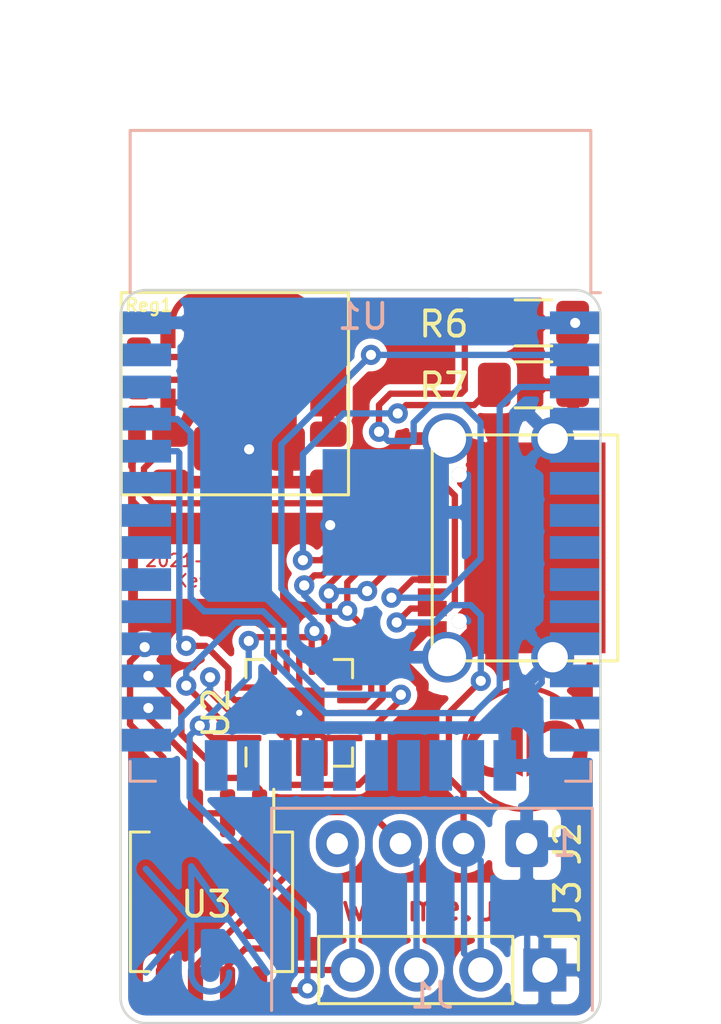
<source format=kicad_pcb>
(kicad_pcb (version 20171130) (host pcbnew "(5.1.9-0-10_14)")

  (general
    (thickness 1.6)
    (drawings 12)
    (tracks 275)
    (zones 0)
    (modules 11)
    (nets 46)
  )

  (page A4)
  (title_block
    (title "Generic ESP32 with GPIO")
    (date 2021-06-01)
    (rev 4)
    (company "Adrian Kennard Andrews & Arnold Ltd")
    (comment 1 www.me.uk)
    (comment 2 @TheRealRevK)
  )

  (layers
    (0 F.Cu signal)
    (31 B.Cu signal)
    (32 B.Adhes user hide)
    (33 F.Adhes user hide)
    (34 B.Paste user)
    (35 F.Paste user)
    (36 B.SilkS user)
    (37 F.SilkS user)
    (38 B.Mask user hide)
    (39 F.Mask user hide)
    (40 Dwgs.User user hide)
    (41 Cmts.User user hide)
    (42 Eco1.User user hide)
    (43 Eco2.User user hide)
    (44 Edge.Cuts user)
    (45 Margin user hide)
    (46 B.CrtYd user hide)
    (47 F.CrtYd user hide)
    (48 B.Fab user hide)
    (49 F.Fab user hide)
  )

  (setup
    (last_trace_width 0.25)
    (user_trace_width 0.5)
    (trace_clearance 0.2)
    (zone_clearance 0.25)
    (zone_45_only no)
    (trace_min 0.2)
    (via_size 0.8)
    (via_drill 0.4)
    (via_min_size 0.4)
    (via_min_drill 0.3)
    (uvia_size 0.3)
    (uvia_drill 0.1)
    (uvias_allowed no)
    (uvia_min_size 0.2)
    (uvia_min_drill 0.1)
    (edge_width 0.1)
    (segment_width 0.2)
    (pcb_text_width 0.3)
    (pcb_text_size 1.5 1.5)
    (mod_edge_width 0.15)
    (mod_text_size 1 1)
    (mod_text_width 0.15)
    (pad_size 1.524 1.524)
    (pad_drill 0.762)
    (pad_to_mask_clearance 0)
    (aux_axis_origin 0 0)
    (visible_elements FFFFFF7F)
    (pcbplotparams
      (layerselection 0x010fc_ffffffff)
      (usegerberextensions false)
      (usegerberattributes true)
      (usegerberadvancedattributes true)
      (creategerberjobfile true)
      (excludeedgelayer true)
      (linewidth 0.100000)
      (plotframeref false)
      (viasonmask false)
      (mode 1)
      (useauxorigin false)
      (hpglpennumber 1)
      (hpglpenspeed 20)
      (hpglpendiameter 15.000000)
      (psnegative false)
      (psa4output false)
      (plotreference true)
      (plotvalue true)
      (plotinvisibletext false)
      (padsonsilk false)
      (subtractmaskfromsilk false)
      (outputformat 1)
      (mirror false)
      (drillshape 0)
      (scaleselection 1)
      (outputdirectory ""))
  )

  (net 0 "")
  (net 1 D+)
  (net 2 GND)
  (net 3 D-)
  (net 4 +3V3)
  (net 5 VBUS)
  (net 6 "Net-(U1-Pad36)")
  (net 7 O)
  (net 8 I)
  (net 9 "Net-(U1-Pad32)")
  (net 10 "Net-(U1-Pad31)")
  (net 11 "Net-(U1-Pad30)")
  (net 12 "Net-(U1-Pad22)")
  (net 13 "Net-(U1-Pad21)")
  (net 14 "Net-(U1-Pad20)")
  (net 15 "Net-(U1-Pad19)")
  (net 16 "Net-(U1-Pad18)")
  (net 17 "Net-(U1-Pad17)")
  (net 18 "Net-(U1-Pad8)")
  (net 19 EN)
  (net 20 "Net-(J2-PadA8)")
  (net 21 "Net-(J2-PadA5)")
  (net 22 "Net-(J2-PadB5)")
  (net 23 "Net-(J2-PadB8)")
  (net 24 "Net-(U1-Pad9)")
  (net 25 "Net-(U1-Pad14)")
  (net 26 "Net-(U1-Pad10)")
  (net 27 "Net-(U1-Pad33)")
  (net 28 "Net-(U1-Pad37)")
  (net 29 "Net-(U1-Pad7)")
  (net 30 "Net-(U1-Pad6)")
  (net 31 "Net-(U1-Pad29)")
  (net 32 "Net-(U1-Pad28)")
  (net 33 "Net-(U1-Pad27)")
  (net 34 "Net-(U1-Pad26)")
  (net 35 "Net-(U1-Pad24)")
  (net 36 "Net-(U1-Pad23)")
  (net 37 "Net-(U1-Pad16)")
  (net 38 "Net-(U1-Pad13)")
  (net 39 "Net-(U2-Pad14)")
  (net 40 "Net-(J1-Pad4)")
  (net 41 "Net-(J1-Pad3)")
  (net 42 GPIO0)
  (net 43 "Net-(U2-Pad16)")
  (net 44 "Net-(U2-Pad15)")
  (net 45 "Net-(U2-Pad7)")

  (net_class Default "This is the default net class."
    (clearance 0.2)
    (trace_width 0.25)
    (via_dia 0.8)
    (via_drill 0.4)
    (uvia_dia 0.3)
    (uvia_drill 0.1)
    (add_net +3V3)
    (add_net D+)
    (add_net D-)
    (add_net EN)
    (add_net GND)
    (add_net GPIO0)
    (add_net I)
    (add_net "Net-(J1-Pad3)")
    (add_net "Net-(J1-Pad4)")
    (add_net "Net-(J2-PadA5)")
    (add_net "Net-(J2-PadA8)")
    (add_net "Net-(J2-PadB5)")
    (add_net "Net-(J2-PadB8)")
    (add_net "Net-(U1-Pad10)")
    (add_net "Net-(U1-Pad13)")
    (add_net "Net-(U1-Pad14)")
    (add_net "Net-(U1-Pad16)")
    (add_net "Net-(U1-Pad17)")
    (add_net "Net-(U1-Pad18)")
    (add_net "Net-(U1-Pad19)")
    (add_net "Net-(U1-Pad20)")
    (add_net "Net-(U1-Pad21)")
    (add_net "Net-(U1-Pad22)")
    (add_net "Net-(U1-Pad23)")
    (add_net "Net-(U1-Pad24)")
    (add_net "Net-(U1-Pad26)")
    (add_net "Net-(U1-Pad27)")
    (add_net "Net-(U1-Pad28)")
    (add_net "Net-(U1-Pad29)")
    (add_net "Net-(U1-Pad30)")
    (add_net "Net-(U1-Pad31)")
    (add_net "Net-(U1-Pad32)")
    (add_net "Net-(U1-Pad33)")
    (add_net "Net-(U1-Pad36)")
    (add_net "Net-(U1-Pad37)")
    (add_net "Net-(U1-Pad6)")
    (add_net "Net-(U1-Pad7)")
    (add_net "Net-(U1-Pad8)")
    (add_net "Net-(U1-Pad9)")
    (add_net "Net-(U2-Pad14)")
    (add_net "Net-(U2-Pad15)")
    (add_net "Net-(U2-Pad16)")
    (add_net "Net-(U2-Pad7)")
    (add_net O)
    (add_net VBUS)
  )

  (module RevK:AA (layer F.Cu) (tedit 60B8EAAB) (tstamp 60B8FF37)
    (at 135.9 115.15)
    (path /60B9351C)
    (fp_text reference Logo1 (at 0 2.75) (layer F.SilkS) hide
      (effects (font (size 1 1) (thickness 0.15)))
    )
    (fp_text value AA (at 0 1.75) (layer F.Fab) hide
      (effects (font (size 1 1) (thickness 0.15)))
    )
    (pad ~ smd circle (at 0 -2.4) (size 5.5 5.5) (layers F.Mask))
    (pad 1 smd custom (at 0 0) (size 0.2 0.2) (layers F.Cu)
      (clearance 0.3) (zone_connect 0)
      (options (clearance outline) (anchor circle))
      (primitives
        (gr_circle (center 0 -2.4) (end 2.4 -2.4) (width 0.2))
        (gr_circle (center 1.2 -2.4) (end 2.1375 -2.4) (width 0.375))
        (gr_circle (center -1.2 -2.4) (end -0.2625 -2.4) (width 0.375))
        (gr_poly (pts
           (xy -0.075 -3.5) (xy -0.075 -1.3) (xy -0.45 -1.475) (xy -0.45 -3.5)) (width 0))
        (gr_poly (pts
           (xy 0.075 -3.5) (xy 0.075 -1.3) (xy 0.45 -1.475) (xy 0.45 -3.5)) (width 0))
      ))
  )

  (module RevK:Molex_MiniSPOX_H4RA (layer B.Cu) (tedit 608F9607) (tstamp 60707969)
    (at 132.23 116.5 180)
    (descr "Molex SPOX Connector System, 5268-05A, 5 Pins per row (https://www.molex.com/pdm_docs/sd/022057045_sd.pdf), generated with kicad-footprint-generator")
    (tags "connector Molex SPOX horizontal")
    (path /60720A2E)
    (fp_text reference J1 (at 0 -6) (layer B.SilkS)
      (effects (font (size 1 1) (thickness 0.15)) (justify mirror))
    )
    (fp_text value SPOX (at 0 -7.8) (layer B.Fab)
      (effects (font (size 1 1) (thickness 0.15)) (justify mirror))
    )
    (fp_line (start -6.2 1.3) (end 6.2 1.3) (layer B.CrtYd) (width 0.12))
    (fp_line (start 6.2 1.3) (end 6.2 -6.6) (layer B.CrtYd) (width 0.12))
    (fp_line (start 6.2 -6.6) (end -6.2 -6.6) (layer B.CrtYd) (width 0.12))
    (fp_line (start -6.2 -6.6) (end -6.2 1.3) (layer B.CrtYd) (width 0.12))
    (fp_line (start -6.2 1.3) (end 6.2 1.3) (layer B.Fab) (width 0.12))
    (fp_line (start 6.2 1.3) (end 6.2 -6.6) (layer B.Fab) (width 0.12))
    (fp_line (start 6.2 -6.6) (end -6.2 -6.6) (layer B.Fab) (width 0.12))
    (fp_line (start -6.2 -6.6) (end -6.2 1.3) (layer B.Fab) (width 0.12))
    (fp_line (start -5.2 1.3) (end -6.2 0.3) (layer B.Fab) (width 0.12))
    (fp_line (start 0 -5) (end 0 -2) (layer B.Fab) (width 0.12))
    (fp_line (start 0 -2) (end -1 -3) (layer B.Fab) (width 0.12))
    (fp_line (start 0 -2) (end 1 -3) (layer B.Fab) (width 0.12))
    (fp_line (start -6.35 1.4) (end -6.35 -6.6) (layer B.SilkS) (width 0.12))
    (fp_line (start -6.35 1.4) (end 6.35 1.4) (layer B.SilkS) (width 0.12))
    (fp_line (start 6.35 1.4) (end 6.35 -6.6) (layer B.SilkS) (width 0.12))
    (fp_text user 1 (at -5.25 0) (layer B.SilkS)
      (effects (font (size 1 1) (thickness 0.15)) (justify mirror))
    )
    (fp_text user %R (at 0 -6) (layer B.Fab)
      (effects (font (size 1 1) (thickness 0.15)) (justify mirror))
    )
    (pad 4 thru_hole oval (at 3.75 0 180) (size 1.7 1.85) (drill 0.85) (layers *.Cu *.Mask)
      (net 40 "Net-(J1-Pad4)"))
    (pad 3 thru_hole oval (at 1.25 0 180) (size 1.7 1.85) (drill 0.85) (layers *.Cu *.Mask)
      (net 41 "Net-(J1-Pad3)"))
    (pad 2 thru_hole oval (at -1.25 0 180) (size 1.7 1.85) (drill 0.85) (layers *.Cu *.Mask)
      (net 5 VBUS))
    (pad 1 thru_hole roundrect (at -3.75 0 180) (size 1.7 1.85) (drill 0.85) (layers *.Cu *.Mask) (roundrect_rratio 0.1470588235294118)
      (net 2 GND))
    (model /Users/adrian/Documents/KiCad/3D/22057045.stp
      (offset (xyz 0 -3.6 2.5))
      (scale (xyz 1 1 1))
      (rotate (xyz 0 0 180))
    )
  )

  (module RevK:RegulatorBlock (layer F.Cu) (tedit 60B0A730) (tstamp 608EAA85)
    (at 124.675 98.35)
    (descr "LMR16006 based regulator 3.3V/5V")
    (path /608EC667)
    (fp_text reference Reg1 (at -4.65 -3.15 180) (layer F.SilkS)
      (effects (font (size 0.5 0.5) (thickness 0.1)) (justify left))
    )
    (fp_text value Regulator (at -3.9 -3.15 180) (layer F.Fab)
      (effects (font (size 0.5 0.5) (thickness 0.1)))
    )
    (fp_line (start -0.05 1.4) (end -0.05 -2.6) (layer F.Fab) (width 0.12))
    (fp_line (start 3.95 1.4) (end -0.05 1.4) (layer F.Fab) (width 0.12))
    (fp_line (start 3.95 -2.6) (end 3.95 1.4) (layer F.Fab) (width 0.12))
    (fp_line (start -0.05 -2.6) (end 3.95 -2.6) (layer F.Fab) (width 0.12))
    (fp_line (start 1.975 1.72) (end -0.825 1.72) (layer F.Fab) (width 0.1))
    (fp_line (start -0.825 1.72) (end -1.225 2.12) (layer F.Fab) (width 0.1))
    (fp_line (start -1.225 2.12) (end -1.225 3.32) (layer F.Fab) (width 0.1))
    (fp_line (start -1.225 3.32) (end 1.975 3.32) (layer F.Fab) (width 0.1))
    (fp_line (start 1.975 3.32) (end 1.975 1.72) (layer F.Fab) (width 0.1))
    (fp_line (start -4.45 -1.45) (end -3.65 -1.45) (layer F.Fab) (width 0.1))
    (fp_line (start -3.65 0.15) (end -3.65 -1.45) (layer F.Fab) (width 0.1))
    (fp_line (start -3.65 0.15) (end -4.45 0.15) (layer F.Fab) (width 0.1))
    (fp_line (start -4.45 0.15) (end -4.45 -1.45) (layer F.Fab) (width 0.1))
    (fp_line (start -4.75 4.35) (end -4.75 -3.65) (layer F.SilkS) (width 0.12))
    (fp_line (start -4.75 -3.65) (end 4.25 -3.65) (layer F.SilkS) (width 0.12))
    (fp_line (start 4.25 -3.65) (end 4.25 4.35) (layer F.SilkS) (width 0.12))
    (fp_line (start 4.25 4.35) (end -4.75 4.35) (layer F.SilkS) (width 0.12))
    (fp_line (start -4.75 4.35) (end -4.75 -3.65) (layer F.Fab) (width 0.12))
    (fp_line (start -4.75 -3.65) (end 4.25 -3.65) (layer F.Fab) (width 0.12))
    (fp_line (start 4.25 -3.65) (end 4.25 4.35) (layer F.Fab) (width 0.12))
    (fp_line (start 4.25 4.35) (end -4.75 4.35) (layer F.Fab) (width 0.12))
    (fp_line (start -1.605 -3.57) (end 1.74 -3.57) (layer F.Cu) (width 0.25))
    (fp_line (start 2.825 1.9) (end 4.075 1.9) (layer F.Fab) (width 0.1))
    (fp_line (start 4.075 1.9) (end 4.075 3.9) (layer F.Fab) (width 0.1))
    (fp_line (start 4.075 3.9) (end 2.825 3.9) (layer F.Fab) (width 0.1))
    (fp_line (start 2.825 3.9) (end 2.825 1.9) (layer F.Fab) (width 0.1))
    (fp_line (start -3.5 -1.55) (end -0.4 -1.55) (layer F.Fab) (width 0.1))
    (fp_line (start -0.4 -1.55) (end -0.4 0.25) (layer F.Fab) (width 0.1))
    (fp_line (start -2.85 0.25) (end -0.4 0.25) (layer F.Fab) (width 0.1))
    (fp_line (start -3.5 -1.55) (end -3.5 -0.4) (layer F.Fab) (width 0.1))
    (fp_line (start -2.85 0.25) (end -3.5 -0.4) (layer F.Fab) (width 0.1))
    (fp_line (start -0.825 1.72) (end -0.825 3.32) (layer F.Fab) (width 0.1))
    (fp_line (start -2.175 3.95) (end -3.425 3.95) (layer F.Fab) (width 0.1))
    (fp_line (start -3.425 3.95) (end -3.425 1.95) (layer F.Fab) (width 0.1))
    (fp_line (start -3.425 1.95) (end -2.175 1.95) (layer F.Fab) (width 0.1))
    (fp_line (start -2.175 1.95) (end -2.175 3.95) (layer F.Fab) (width 0.1))
    (fp_line (start -3.95 -1.1) (end -1.35 -1.1) (layer F.Cu) (width 0.25))
    (fp_line (start -3.85 -0.2) (end -1.35 -0.2) (layer F.Cu) (width 0.25))
    (fp_line (start -1 0.7) (end 0.5 0.7) (layer F.Cu) (width 0.5))
    (fp_line (start -1 1.9) (end -1 0.7) (layer F.Cu) (width 0.5))
    (fp_line (start -4.55 -1.9) (end -3.4 -1.9) (layer F.CrtYd) (width 0.12))
    (fp_line (start -3.4 -1.9) (end -3.4 -2.6) (layer F.CrtYd) (width 0.12))
    (fp_line (start -3.4 -2.6) (end 4.25 -2.6) (layer F.CrtYd) (width 0.12))
    (fp_line (start 4.25 -2.6) (end 4.25 4.35) (layer F.CrtYd) (width 0.12))
    (fp_line (start 4.25 4.35) (end -3.55 4.35) (layer F.CrtYd) (width 0.12))
    (fp_line (start -3.55 4.35) (end -3.55 0.6) (layer F.CrtYd) (width 0.12))
    (fp_line (start -3.55 0.6) (end -4.55 0.6) (layer F.CrtYd) (width 0.12))
    (fp_line (start -4.55 0.6) (end -4.55 -1.9) (layer F.CrtYd) (width 0.12))
    (fp_arc (start -1.605 -2.45) (end -1.605 -3.57) (angle -90) (layer F.Cu) (width 0.25))
    (fp_arc (start -1.35 0.15) (end -1 0.15) (angle -90) (layer F.Cu) (width 0.25))
    (fp_arc (start -1.35 -1.45) (end -1.35 -1.1) (angle -90) (layer F.Cu) (width 0.25))
    (fp_arc (start 1.74 -2.45) (end 2.86 -2.45) (angle -90) (layer F.Cu) (width 0.25))
    (fp_text user 2.2uF (at -2.8 2.95 90) (layer F.Fab)
      (effects (font (size 0.3 0.3) (thickness 0.05)))
    )
    (fp_text user %R (at -4.65 -3.15 180) (layer F.Fab)
      (effects (font (size 0.5 0.5) (thickness 0.1)) (justify left))
    )
    (fp_text user 16006Y (at -0.45 -1.1 180 unlocked) (layer F.Fab)
      (effects (font (size 0.5 0.5) (thickness 0.1)) (justify left))
    )
    (fp_text user 6.8uH (at 2 -0.65) (layer F.Fab)
      (effects (font (size 0.5 0.5) (thickness 0.1)))
    )
    (fp_text user LMR (at -0.45 -0.3 180 unlocked) (layer F.Fab)
      (effects (font (size 0.5 0.5) (thickness 0.1)) (justify left))
    )
    (fp_text user Diode (at 0.375 2.52) (layer F.Fab)
      (effects (font (size 0.5 0.5) (thickness 0.1)))
    )
    (fp_text user 10uF (at 3.45 2.9 270) (layer F.Fab)
      (effects (font (size 0.3 0.3) (thickness 0.05)))
    )
    (fp_text user 0.1uF (at -4.05 -0.65 270) (layer F.Fab)
      (effects (font (size 0.3 0.3) (thickness 0.05)))
    )
    (pad ~ smd roundrect (at 3.45 0.55) (size 1.2 1) (layers F.Paste) (roundrect_rratio 0.25))
    (pad ~ smd roundrect (at 3.45 -0.6) (size 1.2 1) (layers F.Paste) (roundrect_rratio 0.25))
    (pad ~ smd roundrect (at 3.45 -1.75) (size 1.2 1) (layers F.Paste) (roundrect_rratio 0.25))
    (pad ~ smd roundrect (at 0.45 -0.6) (size 1.2 1) (layers F.Paste) (roundrect_rratio 0.25))
    (pad ~ smd roundrect (at 0.45 0.55) (size 1.2 1) (layers F.Paste) (roundrect_rratio 0.25))
    (pad ~ smd roundrect (at 0.45 -1.75) (size 1.2 1) (layers F.Paste) (roundrect_rratio 0.25))
    (pad 2 smd custom (at -3.01 1.9) (size 0.1 0.1) (layers F.Cu)
      (net 5 VBUS) (zone_connect 0)
      (options (clearance outline) (anchor rect))
      (primitives
        (gr_arc (start 0 -1) (end 1 -1) (angle 90) (width 0.5))
      ))
    (pad 3 smd custom (at -3.05 3.85) (size 0.1 0.1) (layers F.Cu)
      (net 2 GND) (clearance 0.2) (zone_connect 0)
      (options (clearance outline) (anchor rect))
      (primitives
        (gr_line (start 0 0) (end 6.6 0) (width 0.5))
        (gr_line (start 4.8625 0) (end 4.8625 -1.6) (width 0.5))
        (gr_line (start 5 -1.6) (end 5 -6.4) (width 0.5))
        (gr_arc (start 4.55 -6.4) (end 5 -6.4) (angle -90) (width 0.5))
        (gr_line (start 4.55 -6.85) (end 1.55 -6.85) (width 0.5))
        (gr_arc (start 1.55 -6.4) (end 1.55 -6.85) (angle -90) (width 0.5))
        (gr_line (start 1.1 -6.4) (end 1.1 -5.9) (width 0.5))
      ))
    (pad 4 smd rect (at 3.45 0.15) (size 0.5 4) (layers F.Cu)
      (net 4 +3V3) (zone_connect 0))
    (pad ~ smd rect (at -1 -2 90) (size 1.1 0.6) (layers F.Cu F.Paste F.Mask)
      (clearance 0.2))
    (pad ~ smd rect (at -2.9 -2 90) (size 1.1 0.6) (layers F.Cu F.Paste F.Mask)
      (clearance 0.2))
    (pad 3 smd rect (at -1.95 -2 90) (size 1.1 0.6) (layers F.Cu F.Paste F.Mask)
      (net 2 GND) (clearance 0.2))
    (pad 1 smd rect (at -2.9 0.7 90) (size 1.1 0.6) (layers F.Cu F.Paste F.Mask)
      (net 5 VBUS) (clearance 0.2))
    (pad 2 smd rect (at -1.95 0.7 90) (size 1.1 0.6) (layers F.Cu F.Paste F.Mask)
      (net 5 VBUS) (clearance 0.2) (zone_connect 0))
    (pad ~ smd rect (at -1 0.7 90) (size 1.1 0.6) (layers F.Cu F.Paste F.Mask)
      (clearance 0.2))
    (pad 4 smd roundrect (at 3.45 1.95 270) (size 1 1.45) (layers F.Cu F.Paste F.Mask) (roundrect_rratio 0.25)
      (net 4 +3V3) (clearance 0.2) (zone_connect 0))
    (pad 3 smd roundrect (at 3.45 3.85 270) (size 1 1.45) (layers F.Cu F.Paste F.Mask) (roundrect_rratio 0.25)
      (net 2 GND) (zone_connect 0))
    (pad 3 smd roundrect (at -2.8 3.85 270) (size 1 1.45) (layers F.Cu F.Paste F.Mask) (roundrect_rratio 0.25)
      (net 2 GND) (zone_connect 0))
    (pad 2 smd roundrect (at -2.8 1.95 270) (size 1 1.45) (layers F.Cu F.Paste F.Mask) (roundrect_rratio 0.25)
      (net 5 VBUS) (clearance 0.2))
    (pad ~ smd roundrect (at -4.05 -1.425 90) (size 0.9 0.95) (layers F.Cu F.Paste F.Mask) (roundrect_rratio 0.25))
    (pad ~ smd roundrect (at -4.05 0.125 90) (size 0.9 0.95) (layers F.Cu F.Paste F.Mask) (roundrect_rratio 0.25))
    (pad ~ smd roundrect (at -1.1625 2.52) (size 1.425 1.75) (layers F.Cu F.Paste F.Mask) (roundrect_rratio 0.174999298245614)
      (clearance 0.2))
    (pad 3 smd roundrect (at 1.8125 2.52) (size 1.425 1.75) (layers F.Cu F.Paste F.Mask) (roundrect_rratio 0.174999298245614)
      (net 2 GND) (clearance 0.2) (zone_connect 0))
    (pad 4 smd rect (at 3.45 -0.6 90) (size 3.7 1.425) (layers F.Cu F.Mask)
      (net 4 +3V3) (zone_connect 0))
    (pad ~ smd rect (at 0.45 -0.6 90) (size 3.7 1.425) (layers F.Cu F.Mask)
      (clearance 0.2))
    (model ${KISYS3DMOD}/Package_TO_SOT_SMD.3dshapes/SOT-23-6.wrl
      (offset (xyz -1.95 0.65 0))
      (scale (xyz 1 1 1))
      (rotate (xyz 0 0 90))
    )
    (model ${KISYS3DMOD}/Capacitor_SMD.3dshapes/C_0603_1608Metric.wrl
      (offset (xyz -4.05 0.6 0))
      (scale (xyz 1 1 1))
      (rotate (xyz 0 0 90))
    )
    (model ${KISYS3DMOD}/Capacitor_SMD.3dshapes/C_0805_2012Metric.wrl
      (offset (xyz -2.8 -2.9 0))
      (scale (xyz 1 1 1))
      (rotate (xyz 0 0 90))
    )
    (model ${KISYS3DMOD}/Capacitor_SMD.3dshapes/C_0805_2012Metric.wrl
      (offset (xyz 3.45 -2.9 0))
      (scale (xyz 1 1 1))
      (rotate (xyz 0 0 90))
    )
    (model /Users/adrian/Documents/KiCad/3D/TYA4020.wrl
      (offset (xyz 1.95 0.6 0))
      (scale (xyz 1 1 1))
      (rotate (xyz 0 0 90))
    )
    (model ${KISYS3DMOD}/Diode_SMD.3dshapes/D_1206_3216Metric.wrl
      (offset (xyz 0.275 -2.5 0))
      (scale (xyz 1 1 1))
      (rotate (xyz 0 0 0))
    )
  )

  (module Resistor_SMD:R_1206_3216Metric_Pad1.30x1.75mm_HandSolder (layer F.Cu) (tedit 5F68FEEE) (tstamp 604382F2)
    (at 136.25 95.9)
    (descr "Resistor SMD 1206 (3216 Metric), square (rectangular) end terminal, IPC_7351 nominal with elongated pad for handsoldering. (Body size source: IPC-SM-782 page 72, https://www.pcb-3d.com/wordpress/wp-content/uploads/ipc-sm-782a_amendment_1_and_2.pdf), generated with kicad-footprint-generator")
    (tags "resistor handsolder")
    (path /6043A8AD)
    (attr smd)
    (fp_text reference R6 (at -3.55 0.05) (layer F.SilkS)
      (effects (font (size 1 1) (thickness 0.15)))
    )
    (fp_text value 5K1 (at 0 2.45) (layer F.Fab)
      (effects (font (size 1 1) (thickness 0.15)))
    )
    (fp_line (start 2.45 1.12) (end -2.45 1.12) (layer F.CrtYd) (width 0.05))
    (fp_line (start 2.45 -1.12) (end 2.45 1.12) (layer F.CrtYd) (width 0.05))
    (fp_line (start -2.45 -1.12) (end 2.45 -1.12) (layer F.CrtYd) (width 0.05))
    (fp_line (start -2.45 1.12) (end -2.45 -1.12) (layer F.CrtYd) (width 0.05))
    (fp_line (start -0.727064 0.91) (end 0.727064 0.91) (layer F.SilkS) (width 0.12))
    (fp_line (start -0.727064 -0.91) (end 0.727064 -0.91) (layer F.SilkS) (width 0.12))
    (fp_line (start 1.6 0.8) (end -1.6 0.8) (layer F.Fab) (width 0.1))
    (fp_line (start 1.6 -0.8) (end 1.6 0.8) (layer F.Fab) (width 0.1))
    (fp_line (start -1.6 -0.8) (end 1.6 -0.8) (layer F.Fab) (width 0.1))
    (fp_line (start -1.6 0.8) (end -1.6 -0.8) (layer F.Fab) (width 0.1))
    (fp_text user %R (at -2.85 0) (layer F.Fab)
      (effects (font (size 0.8 0.8) (thickness 0.12)))
    )
    (pad 2 smd roundrect (at 1.55 0) (size 1.3 1.75) (layers F.Cu F.Paste F.Mask) (roundrect_rratio 0.1923076923076923)
      (net 2 GND))
    (pad 1 smd roundrect (at -1.55 0) (size 1.3 1.75) (layers F.Cu F.Paste F.Mask) (roundrect_rratio 0.1923076923076923)
      (net 21 "Net-(J2-PadA5)"))
    (model ${KISYS3DMOD}/Resistor_SMD.3dshapes/R_1206_3216Metric.wrl
      (at (xyz 0 0 0))
      (scale (xyz 1 1 1))
      (rotate (xyz 0 0 0))
    )
  )

  (module Resistor_SMD:R_1206_3216Metric_Pad1.30x1.75mm_HandSolder (layer F.Cu) (tedit 5F68FEEE) (tstamp 60438303)
    (at 136.25 98.35 180)
    (descr "Resistor SMD 1206 (3216 Metric), square (rectangular) end terminal, IPC_7351 nominal with elongated pad for handsoldering. (Body size source: IPC-SM-782 page 72, https://www.pcb-3d.com/wordpress/wp-content/uploads/ipc-sm-782a_amendment_1_and_2.pdf), generated with kicad-footprint-generator")
    (tags "resistor handsolder")
    (path /6049A32B)
    (attr smd)
    (fp_text reference R7 (at 3.55 -0.05) (layer F.SilkS)
      (effects (font (size 1 1) (thickness 0.15)))
    )
    (fp_text value 5K1 (at 0 2.5) (layer F.Fab)
      (effects (font (size 1 1) (thickness 0.15)))
    )
    (fp_line (start 2.45 1.12) (end -2.45 1.12) (layer F.CrtYd) (width 0.05))
    (fp_line (start 2.45 -1.12) (end 2.45 1.12) (layer F.CrtYd) (width 0.05))
    (fp_line (start -2.45 -1.12) (end 2.45 -1.12) (layer F.CrtYd) (width 0.05))
    (fp_line (start -2.45 1.12) (end -2.45 -1.12) (layer F.CrtYd) (width 0.05))
    (fp_line (start -0.727064 0.91) (end 0.727064 0.91) (layer F.SilkS) (width 0.12))
    (fp_line (start -0.727064 -0.91) (end 0.727064 -0.91) (layer F.SilkS) (width 0.12))
    (fp_line (start 1.6 0.8) (end -1.6 0.8) (layer F.Fab) (width 0.1))
    (fp_line (start 1.6 -0.8) (end 1.6 0.8) (layer F.Fab) (width 0.1))
    (fp_line (start -1.6 -0.8) (end 1.6 -0.8) (layer F.Fab) (width 0.1))
    (fp_line (start -1.6 0.8) (end -1.6 -0.8) (layer F.Fab) (width 0.1))
    (fp_text user %R (at 2.85 0) (layer F.Fab)
      (effects (font (size 0.8 0.8) (thickness 0.12)))
    )
    (pad 2 smd roundrect (at 1.55 0 180) (size 1.3 1.75) (layers F.Cu F.Paste F.Mask) (roundrect_rratio 0.1923076923076923)
      (net 22 "Net-(J2-PadB5)"))
    (pad 1 smd roundrect (at -1.55 0 180) (size 1.3 1.75) (layers F.Cu F.Paste F.Mask) (roundrect_rratio 0.1923076923076923)
      (net 2 GND))
    (model ${KISYS3DMOD}/Resistor_SMD.3dshapes/R_1206_3216Metric.wrl
      (at (xyz 0 0 0))
      (scale (xyz 1 1 1))
      (rotate (xyz 0 0 0))
    )
  )

  (module RevK:USC16-TR-Round (layer F.Cu) (tedit 60A61F37) (tstamp 6043DA81)
    (at 139.1 104.8 90)
    (descr "USB Type C CMT R/A PCB  Mount Socket 16pin Power+Data")
    (tags USB-C)
    (path /60436927)
    (attr smd)
    (fp_text reference J2 (at -11.7 -1.5 270) (layer F.SilkS)
      (effects (font (size 1 1) (thickness 0.15)))
    )
    (fp_text value USB-C (at 0 -9.5 270) (layer F.Fab)
      (effects (font (size 1 1) (thickness 0.15)))
    )
    (fp_line (start 4.5 0.5) (end -4.5 0.5) (layer F.CrtYd) (width 0.12))
    (fp_line (start 4.5 -6.9) (end 4.5 0.5) (layer F.CrtYd) (width 0.12))
    (fp_line (start -4.5 -6.9) (end 4.5 -6.9) (layer F.CrtYd) (width 0.12))
    (fp_line (start -4.5 0.5) (end -4.5 -6.9) (layer F.CrtYd) (width 0.12))
    (fp_line (start -4.47 0.49) (end -4.47 -6.86) (layer F.SilkS) (width 0.12))
    (fp_line (start -4.47 -6.86) (end 4.47 -6.86) (layer F.SilkS) (width 0.12))
    (fp_line (start 4.47 -6.86) (end 4.47 0.49) (layer F.SilkS) (width 0.12))
    (fp_line (start -4.47 0.49) (end 4.47 0.49) (layer F.SilkS) (width 0.12))
    (fp_line (start -5 0) (end 5 0) (layer Dwgs.User) (width 0.12))
    (pad "" smd roundrect (at -0.585 -3.285 90) (size 0.93 0.93) (layers F.Paste) (roundrect_rratio 0.25))
    (pad "" smd roundrect (at -0.585 -2.135 90) (size 0.93 0.93) (layers F.Paste) (roundrect_rratio 0.25))
    (pad "" smd roundrect (at -0.585 -0.985 90) (size 0.93 0.93) (layers F.Paste) (roundrect_rratio 0.25))
    (pad "" smd roundrect (at 0.565 -4.435 90) (size 0.93 0.93) (layers F.Paste) (roundrect_rratio 0.25))
    (pad "" smd roundrect (at 0.565 -3.285 90) (size 0.93 0.93) (layers F.Paste) (roundrect_rratio 0.25))
    (pad "" smd roundrect (at 0.565 -2.135 90) (size 0.93 0.93) (layers F.Paste) (roundrect_rratio 0.25))
    (pad "" smd roundrect (at 0.565 -0.985 90) (size 0.93 0.93) (layers F.Paste) (roundrect_rratio 0.25))
    (pad "" smd roundrect (at 1.715 -4.435 90) (size 0.93 0.93) (layers F.Paste) (roundrect_rratio 0.25))
    (pad "" smd roundrect (at 1.715 -3.285 90) (size 0.93 0.93) (layers F.Paste) (roundrect_rratio 0.25))
    (pad "" smd roundrect (at 1.715 -2.135 90) (size 0.93 0.93) (layers F.Paste) (roundrect_rratio 0.25))
    (pad "" smd roundrect (at 1.715 -0.985 90) (size 0.93 0.93) (layers F.Paste) (roundrect_rratio 0.25))
    (pad "" smd roundrect (at -1.735 -4.435 90) (size 0.93 0.93) (layers F.Paste) (roundrect_rratio 0.25))
    (pad "" smd roundrect (at -1.735 -3.285 90) (size 0.93 0.93) (layers F.Paste) (roundrect_rratio 0.25))
    (pad "" smd roundrect (at -1.735 -2.135 90) (size 0.93 0.93) (layers F.Paste) (roundrect_rratio 0.25))
    (pad "" smd roundrect (at -1.735 -0.985 90) (size 0.93 0.93) (layers F.Paste) (roundrect_rratio 0.25))
    (pad "" smd roundrect (at -0.585 -4.435 90) (size 0.93 0.93) (layers F.Paste) (roundrect_rratio 0.25))
    (pad S1 smd rect (at 4.02 -5.42 270) (size 0.2 0.5) (layers F.Cu)
      (net 2 GND))
    (pad S1 smd custom (at 0 -2.745 90) (size 8.34 5.49) (layers F.Cu F.Mask)
      (net 2 GND) (zone_connect 2)
      (options (clearance outline) (anchor rect))
      (primitives
        (gr_poly (pts
           (xy -4.75 0.405) (xy -4.75 0.905) (xy 4.75 0.905) (xy 4.75 0.405)) (width 0))
        (gr_arc (start 0 -3.045) (end -2.89 -3.045) (angle -180) (width 0.25))
        (gr_arc (start 0 -3.525) (end -4.325 -3.525) (angle -180) (width 0.25))
        (gr_arc (start -3.2 -3) (end -3.2 -4.115) (angle -180) (width 0.25))
        (gr_arc (start 3.2 -3) (end 3.2 -4.115) (angle 180) (width 0.25))
      ))
    (pad A12 smd rect (at 3.2 -6.86 90) (size 0.6 1.14) (layers F.Cu)
      (net 2 GND))
    (pad A4 smd rect (at -2.4 -6.86 90) (size 0.6 1.14) (layers F.Cu F.Paste F.Mask)
      (net 5 VBUS))
    (pad B12 smd rect (at -3.2 -6.86 90) (size 0.6 1.14) (layers F.Cu)
      (net 2 GND))
    (pad B4 smd rect (at 2.4 -6.86 90) (size 0.6 1.14) (layers F.Cu F.Paste F.Mask)
      (net 5 VBUS))
    (pad S1 thru_hole circle (at 4.325 -2.09 90) (size 1.7 1.7) (drill 1.2) (layers *.Cu *.Mask)
      (net 2 GND))
    (pad S1 thru_hole circle (at -4.325 -2.09 90) (size 1.7 1.7) (drill 1.2) (layers *.Cu *.Mask)
      (net 2 GND))
    (pad S1 thru_hole circle (at 4.325 -6.27 90) (size 2 2) (drill 1.5) (layers *.Cu *.Mask)
      (net 2 GND))
    (pad S1 thru_hole circle (at -4.325 -6.27 90) (size 2 2) (drill 1.5) (layers *.Cu *.Mask)
      (net 2 GND))
    (pad A7 smd rect (at 0.25 -6.86 90) (size 0.3 1.14) (layers F.Cu F.Paste F.Mask)
      (net 3 D-))
    (pad A6 smd rect (at -0.25 -6.86 90) (size 0.3 1.14) (layers F.Cu F.Paste F.Mask)
      (net 1 D+))
    (pad B6 smd rect (at 0.75 -6.86 90) (size 0.3 1.14) (layers F.Cu F.Paste F.Mask)
      (net 1 D+))
    (pad B7 smd rect (at -0.75 -6.86 90) (size 0.3 1.14) (layers F.Cu F.Paste F.Mask)
      (net 3 D-))
    (pad A8 smd rect (at 1.25 -6.86 90) (size 0.3 1.14) (layers F.Cu F.Paste F.Mask)
      (net 20 "Net-(J2-PadA8)"))
    (pad A5 smd rect (at -1.25 -6.86 90) (size 0.3 1.14) (layers F.Cu F.Paste F.Mask)
      (net 21 "Net-(J2-PadA5)"))
    (pad B5 smd rect (at 1.75 -6.86 90) (size 0.3 1.14) (layers F.Cu F.Paste F.Mask)
      (net 22 "Net-(J2-PadB5)"))
    (pad B8 smd rect (at -1.75 -6.86 90) (size 0.3 1.14) (layers F.Cu F.Paste F.Mask)
      (net 23 "Net-(J2-PadB8)"))
    (pad A9 smd rect (at 2.4 -6.86 90) (size 0.6 1.14) (layers F.Cu)
      (net 5 VBUS))
    (pad B9 smd rect (at -2.4 -6.86 90) (size 0.6 1.14) (layers F.Cu)
      (net 5 VBUS))
    (pad B1 smd rect (at 3.2 -6.86 90) (size 0.6 1.14) (layers F.Cu F.Paste F.Mask)
      (net 2 GND))
    (pad S1 thru_hole circle (at 2.89 -5.79 90) (size 0.6 0.6) (drill 0.6) (layers *.Cu)
      (net 2 GND) (zone_connect 2))
    (pad S1 thru_hole circle (at -2.89 -5.79 90) (size 0.6 0.6) (drill 0.6) (layers *.Cu)
      (net 2 GND) (zone_connect 2))
    (pad A1 smd rect (at -3.2 -6.86 90) (size 0.6 1.14) (layers F.Cu F.Paste F.Mask)
      (net 2 GND))
    (model /Users/adrian/Documents/KiCad/3D/CSP-USC16-TR.step
      (offset (xyz 0 3.35 0))
      (scale (xyz 1 1 1))
      (rotate (xyz -90 0 0))
    )
  )

  (module RevK:AJK (layer B.Cu) (tedit 60A5FA35) (tstamp 6061997E)
    (at 122.7 119.5 180)
    (path /60629B22)
    (fp_text reference AJK1 (at 0 0) (layer B.SilkS) hide
      (effects (font (size 1 1) (thickness 0.15)) (justify mirror))
    )
    (fp_text value AJK (at -1.27 -1.27) (layer B.Fab) hide
      (effects (font (size 1 1) (thickness 0.15)) (justify mirror))
    )
    (fp_line (start 0 0) (end 1.8 -2.1) (layer B.Cu) (width 0.25))
    (fp_line (start 1.8 2) (end 0 0) (layer B.Cu) (width 0.25))
    (fp_line (start 0 2.1) (end -3 -2.1) (layer B.Cu) (width 0.25))
    (fp_line (start 0 2.1) (end 0 -2.1) (layer B.Cu) (width 0.25))
    (fp_line (start 0 0) (end -1.5 0) (layer B.Cu) (width 0.25))
    (fp_arc (start -0.75 -2.1) (end -1.5 -2.1) (angle 180) (layer B.Cu) (width 0.25))
  )

  (module Package_SO:SO-8_5.3x6.2mm_P1.27mm (layer F.Cu) (tedit 5EA5315B) (tstamp 6070AF12)
    (at 123.5 118.8 270)
    (descr "SO, 8 Pin (https://www.ti.com/lit/ml/msop001a/msop001a.pdf), generated with kicad-footprint-generator ipc_gullwing_generator.py")
    (tags "SO SO")
    (path /60718926)
    (attr smd)
    (fp_text reference U3 (at 0.1 0.2 180) (layer F.SilkS)
      (effects (font (size 1 1) (thickness 0.15)))
    )
    (fp_text value SP3458 (at 0.3 0.1) (layer F.Fab)
      (effects (font (size 1 1) (thickness 0.15)))
    )
    (fp_line (start 4.7 -3.35) (end -4.7 -3.35) (layer F.CrtYd) (width 0.05))
    (fp_line (start 4.7 3.35) (end 4.7 -3.35) (layer F.CrtYd) (width 0.05))
    (fp_line (start -4.7 3.35) (end 4.7 3.35) (layer F.CrtYd) (width 0.05))
    (fp_line (start -4.7 -3.35) (end -4.7 3.35) (layer F.CrtYd) (width 0.05))
    (fp_line (start -2.65 -2.1) (end -1.65 -3.1) (layer F.Fab) (width 0.1))
    (fp_line (start -2.65 3.1) (end -2.65 -2.1) (layer F.Fab) (width 0.1))
    (fp_line (start 2.65 3.1) (end -2.65 3.1) (layer F.Fab) (width 0.1))
    (fp_line (start 2.65 -3.1) (end 2.65 3.1) (layer F.Fab) (width 0.1))
    (fp_line (start -1.65 -3.1) (end 2.65 -3.1) (layer F.Fab) (width 0.1))
    (fp_line (start -2.76 -2.465) (end -4.45 -2.465) (layer F.SilkS) (width 0.12))
    (fp_line (start -2.76 -3.21) (end -2.76 -2.465) (layer F.SilkS) (width 0.12))
    (fp_line (start 0 -3.21) (end -2.76 -3.21) (layer F.SilkS) (width 0.12))
    (fp_line (start 2.76 -3.21) (end 2.76 -2.465) (layer F.SilkS) (width 0.12))
    (fp_line (start 0 -3.21) (end 2.76 -3.21) (layer F.SilkS) (width 0.12))
    (fp_line (start -2.76 3.21) (end -2.76 2.465) (layer F.SilkS) (width 0.12))
    (fp_line (start 0 3.21) (end -2.76 3.21) (layer F.SilkS) (width 0.12))
    (fp_line (start 2.76 3.21) (end 2.76 2.465) (layer F.SilkS) (width 0.12))
    (fp_line (start 0 3.21) (end 2.76 3.21) (layer F.SilkS) (width 0.12))
    (fp_text user %R (at -1.7 2.1) (layer F.Fab)
      (effects (font (size 1 1) (thickness 0.15)))
    )
    (pad 8 smd roundrect (at 3.5 -1.905 270) (size 1.9 0.6) (layers F.Cu F.Paste F.Mask) (roundrect_rratio 0.25)
      (net 4 +3V3))
    (pad 7 smd roundrect (at 3.5 -0.635 270) (size 1.9 0.6) (layers F.Cu F.Paste F.Mask) (roundrect_rratio 0.25)
      (net 40 "Net-(J1-Pad4)"))
    (pad 6 smd roundrect (at 3.5 0.635 270) (size 1.9 0.6) (layers F.Cu F.Paste F.Mask) (roundrect_rratio 0.25)
      (net 41 "Net-(J1-Pad3)"))
    (pad 5 smd roundrect (at 3.5 1.905 270) (size 1.9 0.6) (layers F.Cu F.Paste F.Mask) (roundrect_rratio 0.25)
      (net 2 GND))
    (pad 4 smd roundrect (at -3.5 1.905 270) (size 1.9 0.6) (layers F.Cu F.Paste F.Mask) (roundrect_rratio 0.25)
      (net 32 "Net-(U1-Pad28)"))
    (pad 3 smd roundrect (at -3.5 0.635 270) (size 1.9 0.6) (layers F.Cu F.Paste F.Mask) (roundrect_rratio 0.25)
      (net 34 "Net-(U1-Pad26)"))
    (pad 2 smd roundrect (at -3.5 -0.635 270) (size 1.9 0.6) (layers F.Cu F.Paste F.Mask) (roundrect_rratio 0.25)
      (net 34 "Net-(U1-Pad26)"))
    (pad 1 smd roundrect (at -3.5 -1.905 270) (size 1.9 0.6) (layers F.Cu F.Paste F.Mask) (roundrect_rratio 0.25)
      (net 33 "Net-(U1-Pad27)"))
    (model ${KISYS3DMOD}/Package_SO.3dshapes/SO-8_5.3x6.2mm_P1.27mm.wrl
      (at (xyz 0 0 0))
      (scale (xyz 1 1 1))
      (rotate (xyz 0 0 0))
    )
  )

  (module Connector_PinHeader_2.54mm:PinHeader_1x04_P2.54mm_Vertical (layer F.Cu) (tedit 59FED5CC) (tstamp 60708450)
    (at 136.7 121.5 270)
    (descr "Through hole straight pin header, 1x04, 2.54mm pitch, single row")
    (tags "Through hole pin header THT 1x04 2.54mm single row")
    (path /60771471)
    (fp_text reference J3 (at -2.7 -0.9 270) (layer F.SilkS)
      (effects (font (size 1 1) (thickness 0.15)))
    )
    (fp_text value Molex (at 0 1.8 180) (layer F.Fab)
      (effects (font (size 1 1) (thickness 0.15)))
    )
    (fp_line (start 1.8 -1.8) (end -1.8 -1.8) (layer F.CrtYd) (width 0.05))
    (fp_line (start 1.8 9.4) (end 1.8 -1.8) (layer F.CrtYd) (width 0.05))
    (fp_line (start -1.8 9.4) (end 1.8 9.4) (layer F.CrtYd) (width 0.05))
    (fp_line (start -1.8 -1.8) (end -1.8 9.4) (layer F.CrtYd) (width 0.05))
    (fp_line (start -1.33 -1.33) (end 0 -1.33) (layer F.SilkS) (width 0.12))
    (fp_line (start -1.33 0) (end -1.33 -1.33) (layer F.SilkS) (width 0.12))
    (fp_line (start -1.33 1.27) (end 1.33 1.27) (layer F.SilkS) (width 0.12))
    (fp_line (start 1.33 1.27) (end 1.33 8.95) (layer F.SilkS) (width 0.12))
    (fp_line (start -1.33 1.27) (end -1.33 8.95) (layer F.SilkS) (width 0.12))
    (fp_line (start -1.33 8.95) (end 1.33 8.95) (layer F.SilkS) (width 0.12))
    (fp_line (start -1.27 -0.635) (end -0.635 -1.27) (layer F.Fab) (width 0.1))
    (fp_line (start -1.27 8.89) (end -1.27 -0.635) (layer F.Fab) (width 0.1))
    (fp_line (start 1.27 8.89) (end -1.27 8.89) (layer F.Fab) (width 0.1))
    (fp_line (start 1.27 -1.27) (end 1.27 8.89) (layer F.Fab) (width 0.1))
    (fp_line (start -0.635 -1.27) (end 1.27 -1.27) (layer F.Fab) (width 0.1))
    (fp_text user %R (at 0 7.8 180) (layer F.Fab)
      (effects (font (size 1 1) (thickness 0.15)))
    )
    (pad 4 thru_hole oval (at 0 7.62 270) (size 1.7 1.7) (drill 1) (layers *.Cu *.Mask)
      (net 40 "Net-(J1-Pad4)"))
    (pad 3 thru_hole oval (at 0 5.08 270) (size 1.7 1.7) (drill 1) (layers *.Cu *.Mask)
      (net 41 "Net-(J1-Pad3)"))
    (pad 2 thru_hole oval (at 0 2.54 270) (size 1.7 1.7) (drill 1) (layers *.Cu *.Mask)
      (net 5 VBUS))
    (pad 1 thru_hole rect (at 0 0 270) (size 1.7 1.7) (drill 1) (layers *.Cu *.Mask)
      (net 2 GND))
    (model ${KISYS3DMOD}/Connector_PinHeader_2.54mm.3dshapes/PinHeader_1x04_P2.54mm_Vertical.wrl
      (at (xyz 0 0 0))
      (scale (xyz 1 1 1))
      (rotate (xyz 0 0 0))
    )
  )

  (module "RevK:QFN-20-(hand)-1EP_4x4mm_P0.5mm_EP2.5x2.5mm" (layer F.Cu) (tedit 60A6107F) (tstamp 6082EC59)
    (at 126.975 111.325 90)
    (descr "QFN, 20 Pin (http://ww1.microchip.com/downloads/en/PackagingSpec/00000049BQ.pdf#page=274), generated with kicad-footprint-generator ipc_noLead_generator.py")
    (tags "QFN NoLead")
    (path /60830661)
    (attr smd)
    (fp_text reference U2 (at 0 -3.3 270) (layer F.SilkS)
      (effects (font (size 1 1) (thickness 0.15)))
    )
    (fp_text value FT231XQ (at 0 3.3 270) (layer F.Fab)
      (effects (font (size 1 1) (thickness 0.15)))
    )
    (fp_line (start 1.385 -2.11) (end 2.11 -2.11) (layer F.SilkS) (width 0.12))
    (fp_line (start 2.11 -2.11) (end 2.11 -1.385) (layer F.SilkS) (width 0.12))
    (fp_line (start -1.385 2.11) (end -2.11 2.11) (layer F.SilkS) (width 0.12))
    (fp_line (start -2.11 2.11) (end -2.11 1.385) (layer F.SilkS) (width 0.12))
    (fp_line (start 1.385 2.11) (end 2.11 2.11) (layer F.SilkS) (width 0.12))
    (fp_line (start 2.11 2.11) (end 2.11 1.385) (layer F.SilkS) (width 0.12))
    (fp_line (start -1.385 -2.11) (end -2.11 -2.11) (layer F.SilkS) (width 0.12))
    (fp_line (start -1 -2) (end 2 -2) (layer F.Fab) (width 0.1))
    (fp_line (start 2 -2) (end 2 2) (layer F.Fab) (width 0.1))
    (fp_line (start 2 2) (end -2 2) (layer F.Fab) (width 0.1))
    (fp_line (start -2 2) (end -2 -1) (layer F.Fab) (width 0.1))
    (fp_line (start -2 -1) (end -1 -2) (layer F.Fab) (width 0.1))
    (fp_line (start -2.6 -2.6) (end -2.6 2.6) (layer F.CrtYd) (width 0.05))
    (fp_line (start -2.6 2.6) (end 2.6 2.6) (layer F.CrtYd) (width 0.05))
    (fp_line (start 2.6 2.6) (end 2.6 -2.6) (layer F.CrtYd) (width 0.05))
    (fp_line (start 2.6 -2.6) (end -2.6 -2.6) (layer F.CrtYd) (width 0.05))
    (fp_text user %R (at 0 0 270) (layer F.Fab)
      (effects (font (size 1 1) (thickness 0.15)))
    )
    (pad 21 thru_hole circle (at 0 0 90) (size 0.35 0.35) (drill 0.25) (layers *.Cu *.Mask)
      (net 2 GND) (clearance 0.1) (zone_connect 2))
    (pad ~ smd rect (at -2 -2 90) (size 0.2 0.2) (layers F.Cu)
      (clearance 0.33))
    (pad ~ smd rect (at 2 2 90) (size 0.2 0.2) (layers F.Cu)
      (clearance 0.33))
    (pad ~ smd rect (at -2 2 90) (size 0.2 0.2) (layers F.Cu)
      (clearance 0.33))
    (pad ~ smd rect (at 2 -2 90) (size 0.2 0.2) (layers F.Cu)
      (clearance 0.33))
    (pad ~ smd circle (at -2 -2 90) (size 0.5 0.5) (layers F.Cu F.Paste F.Mask))
    (pad "" smd roundrect (at 0.5 0.5 90) (size 0.75 0.75) (layers F.Paste) (roundrect_rratio 0.248))
    (pad "" smd roundrect (at 0.5 -0.5 90) (size 0.75 0.75) (layers F.Paste) (roundrect_rratio 0.248))
    (pad "" smd roundrect (at -0.5 0.5 90) (size 0.75 0.75) (layers F.Paste) (roundrect_rratio 0.248))
    (pad "" smd roundrect (at -0.5 -0.5 90) (size 0.75 0.75) (layers F.Paste) (roundrect_rratio 0.248))
    (pad 21 smd custom (at 0 0 90) (size 1 1) (layers F.Cu F.Mask)
      (net 2 GND) (zone_connect 0)
      (options (clearance outline) (anchor rect))
      (primitives
        (gr_poly (pts
           (xy -1 -0.75) (xy -1 1) (xy 1 1) (xy 1 -1) (xy -0.75 -1)
) (width 0))
      ))
    (pad 20 smd roundrect (at -1 -2 90) (size 0.25 1) (layers F.Cu F.Paste F.Mask) (roundrect_rratio 0.25)
      (net 4 +3V3))
    (pad 19 smd roundrect (at -0.5 -2 90) (size 0.25 1) (layers F.Cu F.Paste F.Mask) (roundrect_rratio 0.25)
      (net 19 EN))
    (pad 18 smd roundrect (at 0 -2 90) (size 0.25 1) (layers F.Cu F.Paste F.Mask) (roundrect_rratio 0.25)
      (net 42 GPIO0))
    (pad 17 smd roundrect (at 0.5 -2 90) (size 0.25 1) (layers F.Cu F.Paste F.Mask) (roundrect_rratio 0.25)
      (net 8 I))
    (pad 16 smd roundrect (at 1 -2 90) (size 0.25 1) (layers F.Cu F.Paste F.Mask) (roundrect_rratio 0.25)
      (net 43 "Net-(U2-Pad16)"))
    (pad 15 smd roundrect (at 2 -1 90) (size 1 0.25) (layers F.Cu F.Paste F.Mask) (roundrect_rratio 0.25)
      (net 44 "Net-(U2-Pad15)"))
    (pad 14 smd roundrect (at 2 -0.5 90) (size 1 0.25) (layers F.Cu F.Paste F.Mask) (roundrect_rratio 0.25)
      (net 39 "Net-(U2-Pad14)"))
    (pad 13 smd roundrect (at 2 0 90) (size 1 0.25) (layers F.Cu F.Paste F.Mask) (roundrect_rratio 0.25)
      (net 2 GND))
    (pad 12 smd roundrect (at 2 0.5 90) (size 1 0.25) (layers F.Cu F.Paste F.Mask) (roundrect_rratio 0.25)
      (net 4 +3V3))
    (pad 11 smd roundrect (at 2 1 90) (size 1 0.25) (layers F.Cu F.Paste F.Mask) (roundrect_rratio 0.25)
      (net 4 +3V3))
    (pad 10 smd roundrect (at 1 2 90) (size 0.25 1) (layers F.Cu F.Paste F.Mask) (roundrect_rratio 0.25)
      (net 4 +3V3))
    (pad 9 smd roundrect (at 0.5 2 90) (size 0.25 1) (layers F.Cu F.Paste F.Mask) (roundrect_rratio 0.25)
      (net 3 D-))
    (pad 8 smd roundrect (at 0 2 90) (size 0.25 1) (layers F.Cu F.Paste F.Mask) (roundrect_rratio 0.25)
      (net 1 D+))
    (pad 7 smd roundrect (at -0.5 2 90) (size 0.25 1) (layers F.Cu F.Paste F.Mask) (roundrect_rratio 0.25)
      (net 45 "Net-(U2-Pad7)"))
    (pad 6 smd roundrect (at -1 2 90) (size 0.25 1) (layers F.Cu F.Paste F.Mask) (roundrect_rratio 0.25)
      (net 2 GND))
    (pad 5 smd roundrect (at -2 1 90) (size 1 0.25) (layers F.Cu F.Paste F.Mask) (roundrect_rratio 0.25)
      (net 2 GND))
    (pad 4 smd roundrect (at -2 0.5 90) (size 1 0.25) (layers F.Cu F.Paste F.Mask) (roundrect_rratio 0.25)
      (net 2 GND))
    (pad 3 smd roundrect (at -2 0 90) (size 1 0.25) (layers F.Cu F.Paste F.Mask) (roundrect_rratio 0.25)
      (net 2 GND))
    (pad 2 smd roundrect (at -2 -0.5 90) (size 1 0.25) (layers F.Cu F.Paste F.Mask) (roundrect_rratio 0.25)
      (net 2 GND))
    (pad 1 smd roundrect (at -2 -1 90) (size 1 0.25) (layers F.Cu F.Paste F.Mask) (roundrect_rratio 0.25)
      (net 7 O))
    (model ${KISYS3DMOD}/Package_DFN_QFN.3dshapes/QFN-20-1EP_4x4mm_P0.5mm_EP2.5x2.5mm.wrl
      (at (xyz 0 0 0))
      (scale (xyz 1 1 1))
      (rotate (xyz 0 0 0))
    )
  )

  (module RF_Module:ESP32-WROOM-32 (layer B.Cu) (tedit 5B5B4654) (tstamp 60B98AB8)
    (at 129.4 104.15 180)
    (descr "Single 2.4 GHz Wi-Fi and Bluetooth combo chip https://www.espressif.com/sites/default/files/documentation/esp32-wroom-32_datasheet_en.pdf")
    (tags "Single 2.4 GHz Wi-Fi and Bluetooth combo  chip")
    (path /6043326C)
    (attr smd)
    (fp_text reference U1 (at -0.1 8.5) (layer B.SilkS)
      (effects (font (size 1 1) (thickness 0.15)) (justify mirror))
    )
    (fp_text value ESP32-WROOM-32 (at 0 13.05) (layer B.Fab)
      (effects (font (size 1 1) (thickness 0.15)) (justify mirror))
    )
    (fp_line (start -9.12 9.445) (end -9.5 9.445) (layer B.SilkS) (width 0.12))
    (fp_line (start -9.12 15.865) (end -9.12 9.445) (layer B.SilkS) (width 0.12))
    (fp_line (start 9.12 15.865) (end 9.12 9.445) (layer B.SilkS) (width 0.12))
    (fp_line (start -9.12 15.865) (end 9.12 15.865) (layer B.SilkS) (width 0.12))
    (fp_line (start 9.12 -9.88) (end 8.12 -9.88) (layer B.SilkS) (width 0.12))
    (fp_line (start 9.12 -9.1) (end 9.12 -9.88) (layer B.SilkS) (width 0.12))
    (fp_line (start -9.12 -9.88) (end -8.12 -9.88) (layer B.SilkS) (width 0.12))
    (fp_line (start -9.12 -9.1) (end -9.12 -9.88) (layer B.SilkS) (width 0.12))
    (fp_line (start 8.4 20.6) (end 8.2 20.4) (layer Cmts.User) (width 0.1))
    (fp_line (start 8.4 16) (end 8.4 20.6) (layer Cmts.User) (width 0.1))
    (fp_line (start 8.4 20.6) (end 8.6 20.4) (layer Cmts.User) (width 0.1))
    (fp_line (start 8.4 16) (end 8.6 16.2) (layer Cmts.User) (width 0.1))
    (fp_line (start 8.4 16) (end 8.2 16.2) (layer Cmts.User) (width 0.1))
    (fp_line (start -9.2 13.875) (end -9.4 14.075) (layer Cmts.User) (width 0.1))
    (fp_line (start -13.8 13.875) (end -9.2 13.875) (layer Cmts.User) (width 0.1))
    (fp_line (start -9.2 13.875) (end -9.4 13.675) (layer Cmts.User) (width 0.1))
    (fp_line (start -13.8 13.875) (end -13.6 13.675) (layer Cmts.User) (width 0.1))
    (fp_line (start -13.8 13.875) (end -13.6 14.075) (layer Cmts.User) (width 0.1))
    (fp_line (start 9.2 13.875) (end 9.4 13.675) (layer Cmts.User) (width 0.1))
    (fp_line (start 9.2 13.875) (end 9.4 14.075) (layer Cmts.User) (width 0.1))
    (fp_line (start 13.8 13.875) (end 13.6 13.675) (layer Cmts.User) (width 0.1))
    (fp_line (start 13.8 13.875) (end 13.6 14.075) (layer Cmts.User) (width 0.1))
    (fp_line (start 9.2 13.875) (end 13.8 13.875) (layer Cmts.User) (width 0.1))
    (fp_line (start 14 11.585) (end 12 9.97) (layer Dwgs.User) (width 0.1))
    (fp_line (start 14 13.2) (end 10 9.97) (layer Dwgs.User) (width 0.1))
    (fp_line (start 14 14.815) (end 8 9.97) (layer Dwgs.User) (width 0.1))
    (fp_line (start 14 16.43) (end 6 9.97) (layer Dwgs.User) (width 0.1))
    (fp_line (start 14 18.045) (end 4 9.97) (layer Dwgs.User) (width 0.1))
    (fp_line (start 14 19.66) (end 2 9.97) (layer Dwgs.User) (width 0.1))
    (fp_line (start 13.475 20.75) (end 0 9.97) (layer Dwgs.User) (width 0.1))
    (fp_line (start 11.475 20.75) (end -2 9.97) (layer Dwgs.User) (width 0.1))
    (fp_line (start 9.475 20.75) (end -4 9.97) (layer Dwgs.User) (width 0.1))
    (fp_line (start 7.475 20.75) (end -6 9.97) (layer Dwgs.User) (width 0.1))
    (fp_line (start -8 9.97) (end 5.475 20.75) (layer Dwgs.User) (width 0.1))
    (fp_line (start 3.475 20.75) (end -10 9.97) (layer Dwgs.User) (width 0.1))
    (fp_line (start 1.475 20.75) (end -12 9.97) (layer Dwgs.User) (width 0.1))
    (fp_line (start -0.525 20.75) (end -14 9.97) (layer Dwgs.User) (width 0.1))
    (fp_line (start -2.525 20.75) (end -14 11.585) (layer Dwgs.User) (width 0.1))
    (fp_line (start -4.525 20.75) (end -14 13.2) (layer Dwgs.User) (width 0.1))
    (fp_line (start -6.525 20.75) (end -14 14.815) (layer Dwgs.User) (width 0.1))
    (fp_line (start -8.525 20.75) (end -14 16.43) (layer Dwgs.User) (width 0.1))
    (fp_line (start -10.525 20.75) (end -14 18.045) (layer Dwgs.User) (width 0.1))
    (fp_line (start -12.525 20.75) (end -14 19.66) (layer Dwgs.User) (width 0.1))
    (fp_line (start 9.75 9.72) (end 14.25 9.72) (layer B.CrtYd) (width 0.05))
    (fp_line (start -14.25 9.72) (end -9.75 9.72) (layer B.CrtYd) (width 0.05))
    (fp_line (start 14.25 21) (end 14.25 9.72) (layer B.CrtYd) (width 0.05))
    (fp_line (start -14.25 21) (end -14.25 9.72) (layer B.CrtYd) (width 0.05))
    (fp_line (start 14 20.75) (end -14 20.75) (layer Dwgs.User) (width 0.1))
    (fp_line (start 14 9.97) (end 14 20.75) (layer Dwgs.User) (width 0.1))
    (fp_line (start 14 9.97) (end -14 9.97) (layer Dwgs.User) (width 0.1))
    (fp_line (start -9 9.02) (end -8.5 9.52) (layer B.Fab) (width 0.1))
    (fp_line (start -8.5 9.52) (end -9 10.02) (layer B.Fab) (width 0.1))
    (fp_line (start -9 9.02) (end -9 -9.76) (layer B.Fab) (width 0.1))
    (fp_line (start -14.25 21) (end 14.25 21) (layer B.CrtYd) (width 0.05))
    (fp_line (start 9.75 9.72) (end 9.75 -10.5) (layer B.CrtYd) (width 0.05))
    (fp_line (start -9.75 -10.5) (end 9.75 -10.5) (layer B.CrtYd) (width 0.05))
    (fp_line (start -9.75 -10.5) (end -9.75 9.72) (layer B.CrtYd) (width 0.05))
    (fp_line (start -9 15.745) (end 9 15.745) (layer B.Fab) (width 0.1))
    (fp_line (start -9 15.745) (end -9 10.02) (layer B.Fab) (width 0.1))
    (fp_line (start -9 -9.76) (end 9 -9.76) (layer B.Fab) (width 0.1))
    (fp_line (start 9 -9.76) (end 9 15.745) (layer B.Fab) (width 0.1))
    (fp_line (start -14 9.97) (end -14 20.75) (layer Dwgs.User) (width 0.1))
    (fp_text user "5 mm" (at 7.8 19.075 270) (layer Cmts.User)
      (effects (font (size 0.5 0.5) (thickness 0.1)))
    )
    (fp_text user "5 mm" (at -11.2 14.375) (layer Cmts.User)
      (effects (font (size 0.5 0.5) (thickness 0.1)))
    )
    (fp_text user "5 mm" (at 11.8 14.375) (layer Cmts.User)
      (effects (font (size 0.5 0.5) (thickness 0.1)))
    )
    (fp_text user Antenna (at 0 13) (layer Cmts.User)
      (effects (font (size 1 1) (thickness 0.15)))
    )
    (fp_text user "KEEP-OUT ZONE" (at 0 19) (layer Cmts.User)
      (effects (font (size 1 1) (thickness 0.15)))
    )
    (fp_text user %R (at -8.07 -9.05) (layer B.Fab)
      (effects (font (size 1 1) (thickness 0.15)) (justify mirror))
    )
    (pad 38 smd rect (at 8.5 8.255 180) (size 2 0.9) (layers B.Cu B.Paste B.Mask)
      (net 2 GND))
    (pad 37 smd rect (at 8.5 6.985 180) (size 2 0.9) (layers B.Cu B.Paste B.Mask)
      (net 28 "Net-(U1-Pad37)"))
    (pad 36 smd rect (at 8.5 5.715 180) (size 2 0.9) (layers B.Cu B.Paste B.Mask)
      (net 6 "Net-(U1-Pad36)"))
    (pad 35 smd rect (at 8.5 4.445 180) (size 2 0.9) (layers B.Cu B.Paste B.Mask)
      (net 7 O))
    (pad 34 smd rect (at 8.5 3.175 180) (size 2 0.9) (layers B.Cu B.Paste B.Mask)
      (net 8 I))
    (pad 33 smd rect (at 8.5 1.905 180) (size 2 0.9) (layers B.Cu B.Paste B.Mask)
      (net 27 "Net-(U1-Pad33)"))
    (pad 32 smd rect (at 8.5 0.635 180) (size 2 0.9) (layers B.Cu B.Paste B.Mask)
      (net 9 "Net-(U1-Pad32)"))
    (pad 31 smd rect (at 8.5 -0.635 180) (size 2 0.9) (layers B.Cu B.Paste B.Mask)
      (net 10 "Net-(U1-Pad31)"))
    (pad 30 smd rect (at 8.5 -1.905 180) (size 2 0.9) (layers B.Cu B.Paste B.Mask)
      (net 11 "Net-(U1-Pad30)"))
    (pad 29 smd rect (at 8.5 -3.175 180) (size 2 0.9) (layers B.Cu B.Paste B.Mask)
      (net 31 "Net-(U1-Pad29)"))
    (pad 28 smd rect (at 8.5 -4.445 180) (size 2 0.9) (layers B.Cu B.Paste B.Mask)
      (net 32 "Net-(U1-Pad28)"))
    (pad 27 smd rect (at 8.5 -5.715 180) (size 2 0.9) (layers B.Cu B.Paste B.Mask)
      (net 33 "Net-(U1-Pad27)"))
    (pad 26 smd rect (at 8.5 -6.985 180) (size 2 0.9) (layers B.Cu B.Paste B.Mask)
      (net 34 "Net-(U1-Pad26)"))
    (pad 25 smd rect (at 8.5 -8.255 180) (size 2 0.9) (layers B.Cu B.Paste B.Mask)
      (net 42 GPIO0))
    (pad 24 smd rect (at 5.715 -9.255 90) (size 2 0.9) (layers B.Cu B.Paste B.Mask)
      (net 35 "Net-(U1-Pad24)"))
    (pad 23 smd rect (at 4.445 -9.255 90) (size 2 0.9) (layers B.Cu B.Paste B.Mask)
      (net 36 "Net-(U1-Pad23)"))
    (pad 22 smd rect (at 3.175 -9.255 90) (size 2 0.9) (layers B.Cu B.Paste B.Mask)
      (net 12 "Net-(U1-Pad22)"))
    (pad 21 smd rect (at 1.905 -9.255 90) (size 2 0.9) (layers B.Cu B.Paste B.Mask)
      (net 13 "Net-(U1-Pad21)"))
    (pad 20 smd rect (at 0.635 -9.255 90) (size 2 0.9) (layers B.Cu B.Paste B.Mask)
      (net 14 "Net-(U1-Pad20)"))
    (pad 19 smd rect (at -0.635 -9.255 90) (size 2 0.9) (layers B.Cu B.Paste B.Mask)
      (net 15 "Net-(U1-Pad19)"))
    (pad 18 smd rect (at -1.905 -9.255 90) (size 2 0.9) (layers B.Cu B.Paste B.Mask)
      (net 16 "Net-(U1-Pad18)"))
    (pad 17 smd rect (at -3.175 -9.255 90) (size 2 0.9) (layers B.Cu B.Paste B.Mask)
      (net 17 "Net-(U1-Pad17)"))
    (pad 16 smd rect (at -4.445 -9.255 90) (size 2 0.9) (layers B.Cu B.Paste B.Mask)
      (net 37 "Net-(U1-Pad16)"))
    (pad 15 smd rect (at -5.715 -9.255 90) (size 2 0.9) (layers B.Cu B.Paste B.Mask)
      (net 2 GND))
    (pad 14 smd rect (at -8.5 -8.255 180) (size 2 0.9) (layers B.Cu B.Paste B.Mask)
      (net 25 "Net-(U1-Pad14)"))
    (pad 13 smd rect (at -8.5 -6.985 180) (size 2 0.9) (layers B.Cu B.Paste B.Mask)
      (net 38 "Net-(U1-Pad13)"))
    (pad 12 smd rect (at -8.5 -5.715 180) (size 2 0.9) (layers B.Cu B.Paste B.Mask)
      (net 2 GND))
    (pad 11 smd rect (at -8.5 -4.445 180) (size 2 0.9) (layers B.Cu B.Paste B.Mask)
      (net 2 GND))
    (pad 10 smd rect (at -8.5 -3.175 180) (size 2 0.9) (layers B.Cu B.Paste B.Mask)
      (net 26 "Net-(U1-Pad10)"))
    (pad 9 smd rect (at -8.5 -1.905 180) (size 2 0.9) (layers B.Cu B.Paste B.Mask)
      (net 24 "Net-(U1-Pad9)"))
    (pad 8 smd rect (at -8.5 -0.635 180) (size 2 0.9) (layers B.Cu B.Paste B.Mask)
      (net 18 "Net-(U1-Pad8)"))
    (pad 7 smd rect (at -8.5 0.635 180) (size 2 0.9) (layers B.Cu B.Paste B.Mask)
      (net 29 "Net-(U1-Pad7)"))
    (pad 6 smd rect (at -8.5 1.905 180) (size 2 0.9) (layers B.Cu B.Paste B.Mask)
      (net 30 "Net-(U1-Pad6)"))
    (pad 5 smd rect (at -8.5 3.175 180) (size 2 0.9) (layers B.Cu B.Paste B.Mask)
      (net 2 GND))
    (pad 4 smd rect (at -8.5 4.445 180) (size 2 0.9) (layers B.Cu B.Paste B.Mask)
      (net 2 GND))
    (pad 3 smd rect (at -8.5 5.715 180) (size 2 0.9) (layers B.Cu B.Paste B.Mask)
      (net 19 EN))
    (pad 2 smd rect (at -8.5 6.985 180) (size 2 0.9) (layers B.Cu B.Paste B.Mask)
      (net 4 +3V3))
    (pad 1 smd rect (at -8.5 8.255 180) (size 2 0.9) (layers B.Cu B.Paste B.Mask)
      (net 2 GND))
    (pad 39 smd rect (at -1 0.755 180) (size 5 5) (layers B.Cu B.Paste B.Mask)
      (net 2 GND))
    (model ${KISYS3DMOD}/RF_Module.3dshapes/ESP32-WROOM-32.wrl
      (at (xyz 0 0 0))
      (scale (xyz 1 1 1))
      (rotate (xyz 0 0 0))
    )
  )

  (gr_text "2021-06-01\nKeypad" (at 123.4 105.7) (layer F.Cu)
    (effects (font (size 0.5 0.5) (thickness 0.08)))
  )
  (gr_arc (start 137.9 95.6) (end 137.9 94.6) (angle 90) (layer Edge.Cuts) (width 0.1))
  (gr_arc (start 120.9 95.6) (end 119.9 95.6) (angle 90) (layer Edge.Cuts) (width 0.1))
  (gr_arc (start 120.9 122.6) (end 120.9 123.6) (angle 90) (layer Edge.Cuts) (width 0.1))
  (gr_arc (start 137.9 122.6) (end 138.9 122.6) (angle 90) (layer Edge.Cuts) (width 0.1))
  (dimension 29.000043 (width 0.15) (layer Dwgs.User)
    (gr_text "29.000 mm" (at 131.775421 115.502241 89.90121427) (layer Dwgs.User)
      (effects (font (size 1 1) (thickness 0.15)))
    )
    (feature1 (pts (xy 128 100.995689) (xy 131.086843 101.001011)))
    (feature2 (pts (xy 127.95 129.995689) (xy 131.036843 130.001011)))
    (crossbar (pts (xy 130.450423 130) (xy 130.500423 101)))
    (arrow1a (pts (xy 130.500423 101) (xy 131.084901 102.127513)))
    (arrow1b (pts (xy 130.500423 101) (xy 129.912061 102.125491)))
    (arrow2a (pts (xy 130.450423 130) (xy 131.038785 128.874509)))
    (arrow2b (pts (xy 130.450423 130) (xy 129.865945 128.872487)))
  )
  (dimension 19 (width 0.15) (layer Dwgs.User)
    (gr_text "19.000 mm" (at 119.5 134.05) (layer Dwgs.User)
      (effects (font (size 1 1) (thickness 0.15)))
    )
    (feature1 (pts (xy 129 130) (xy 129 133.336421)))
    (feature2 (pts (xy 110 130) (xy 110 133.336421)))
    (crossbar (pts (xy 110 132.75) (xy 129 132.75)))
    (arrow1a (pts (xy 129 132.75) (xy 127.873496 133.336421)))
    (arrow1b (pts (xy 129 132.75) (xy 127.873496 132.163579)))
    (arrow2a (pts (xy 110 132.75) (xy 111.126504 133.336421)))
    (arrow2b (pts (xy 110 132.75) (xy 111.126504 132.163579)))
  )
  (gr_text www.me.uk (at 131.6 119.05) (layer F.Cu) (tstamp 60B91DEF)
    (effects (font (size 1 1) (thickness 0.15)))
  )
  (gr_line (start 120.9 123.6) (end 137.9 123.6) (layer Edge.Cuts) (width 0.1) (tstamp 604392F7))
  (gr_line (start 138.9 122.6) (end 138.9 95.6) (layer Edge.Cuts) (width 0.1) (tstamp 6043E565))
  (gr_line (start 119.9 95.6) (end 119.9 122.6) (layer Edge.Cuts) (width 0.1))
  (gr_line (start 137.9 94.6) (end 120.9 94.6) (layer Edge.Cuts) (width 0.1))

  (segment (start 130.275021 108.683448) (end 128.875885 107.284312) (width 0.25) (layer F.Cu) (net 1))
  (segment (start 129.684433 111.325) (end 130.275021 110.734412) (width 0.25) (layer F.Cu) (net 1))
  (segment (start 132.24 105.05) (end 129.995641 105.05) (width 0.25) (layer F.Cu) (net 1))
  (segment (start 128.875885 106.169756) (end 128.875885 107.284312) (width 0.25) (layer F.Cu) (net 1))
  (via (at 128.875885 107.284312) (size 0.8) (drill 0.4) (layers F.Cu B.Cu) (net 1))
  (segment (start 129.995641 105.05) (end 128.875885 106.169756) (width 0.25) (layer F.Cu) (net 1))
  (segment (start 129 111.325) (end 129.684433 111.325) (width 0.25) (layer F.Cu) (net 1))
  (segment (start 130.275021 110.734412) (end 130.275021 108.683448) (width 0.25) (layer F.Cu) (net 1))
  (via (at 127.172201 106.285324) (size 0.8) (drill 0.4) (layers F.Cu B.Cu) (net 1))
  (segment (start 127.82279 107.324825) (end 127.1722 106.674235) (width 0.25) (layer B.Cu) (net 1))
  (segment (start 127.572199 105.885326) (end 127.1722 106.285325) (width 0.25) (layer F.Cu) (net 1))
  (segment (start 127.887496 105.885326) (end 127.572199 105.885326) (width 0.25) (layer F.Cu) (net 1))
  (segment (start 128.835372 107.324825) (end 127.82279 107.324825) (width 0.25) (layer B.Cu) (net 1))
  (segment (start 127.1722 106.674235) (end 127.1722 106.285325) (width 0.25) (layer B.Cu) (net 1))
  (via (at 127.1722 106.285325) (size 0.8) (drill 0.4) (layers F.Cu B.Cu) (net 1))
  (segment (start 129.72282 104.05) (end 127.887496 105.885326) (width 0.25) (layer F.Cu) (net 1))
  (segment (start 128.875885 107.284312) (end 128.835372 107.324825) (width 0.25) (layer B.Cu) (net 1))
  (segment (start 132.24 104.05) (end 129.72282 104.05) (width 0.25) (layer F.Cu) (net 1))
  (via (at 128.2 103.9) (size 0.8) (drill 0.4) (layers F.Cu B.Cu) (net 2))
  (via (at 137.9 95.9) (size 0.8) (drill 0.4) (layers F.Cu B.Cu) (net 2) (status 30))
  (segment (start 136 120.8) (end 136.7 121.5) (width 0.25) (layer B.Cu) (net 2) (status 30))
  (segment (start 136 116.5) (end 136 120.8) (width 0.25) (layer B.Cu) (net 2) (status 30))
  (segment (start 137.78 99.705) (end 137.01 100.475) (width 0.25) (layer B.Cu) (net 2) (status 30))
  (segment (start 137.9 99.705) (end 137.78 99.705) (width 0.25) (layer B.Cu) (net 2) (status 30))
  (segment (start 137.51 100.975) (end 137.01 100.475) (width 0.25) (layer B.Cu) (net 2) (status 30))
  (segment (start 137.9 100.975) (end 137.51 100.975) (width 0.25) (layer B.Cu) (net 2) (status 30))
  (segment (start 137.54 108.595) (end 137.01 109.125) (width 0.25) (layer B.Cu) (net 2) (status 30))
  (segment (start 137.9 108.595) (end 137.54 108.595) (width 0.25) (layer B.Cu) (net 2) (status 30))
  (segment (start 137.75 109.865) (end 137.01 109.125) (width 0.25) (layer B.Cu) (net 2) (status 30))
  (segment (start 137.9 109.865) (end 137.75 109.865) (width 0.25) (layer B.Cu) (net 2) (status 30))
  (segment (start 137.8 99.685) (end 137.01 100.475) (width 0.25) (layer F.Cu) (net 2) (status 20))
  (segment (start 137.8 98.35) (end 137.8 99.685) (width 0.25) (layer F.Cu) (net 2) (status 10))
  (segment (start 136.574999 109.560001) (end 136.574999 110.125001) (width 0.25) (layer B.Cu) (net 2) (status 10))
  (segment (start 137.01 109.125) (end 136.574999 109.560001) (width 0.25) (layer B.Cu) (net 2) (status 30))
  (segment (start 136.574999 110.125001) (end 135.115 111.585) (width 0.25) (layer B.Cu) (net 2))
  (segment (start 126.975 109.3) (end 126.975 111.325) (width 0.25) (layer F.Cu) (net 2))
  (segment (start 129 112.325) (end 127.975 112.325) (width 0.25) (layer F.Cu) (net 2))
  (segment (start 127.975 112.325) (end 126.975 111.325) (width 0.25) (layer F.Cu) (net 2))
  (segment (start 127.975 113.35) (end 127.975 112.325) (width 0.25) (layer F.Cu) (net 2))
  (segment (start 127.475 111.825) (end 126.975 111.325) (width 0.25) (layer F.Cu) (net 2))
  (segment (start 127.475 113.35) (end 127.475 111.825) (width 0.25) (layer F.Cu) (net 2))
  (segment (start 126.975 113.35) (end 126.975 111.325) (width 0.25) (layer F.Cu) (net 2))
  (segment (start 126.475 111.825) (end 126.975 111.325) (width 0.25) (layer F.Cu) (net 2))
  (segment (start 126.475 113.35) (end 126.475 111.825) (width 0.25) (layer F.Cu) (net 2))
  (segment (start 132.83 100.965) (end 130.4 103.395) (width 0.5) (layer B.Cu) (net 2))
  (segment (start 132.83 100.475) (end 132.83 100.965) (width 0.5) (layer B.Cu) (net 2))
  (segment (start 135.115 111.785) (end 135.115 113.405) (width 0.25) (layer B.Cu) (net 2))
  (segment (start 135.115 111.585) (end 135.115 111.785) (width 0.25) (layer B.Cu) (net 2))
  (segment (start 132 108) (end 131.1 108.9) (width 0.5) (layer F.Cu) (net 2))
  (segment (start 131.1 109.451948) (end 131.850032 110.20198) (width 0.5) (layer F.Cu) (net 2))
  (segment (start 127.559994 111.909994) (end 134.990006 111.909994) (width 0.5) (layer B.Cu) (net 2))
  (segment (start 131.850032 110.20198) (end 131.850032 110.350032) (width 0.5) (layer F.Cu) (net 2))
  (segment (start 131.1 108.9) (end 131.1 109.451948) (width 0.5) (layer F.Cu) (net 2))
  (segment (start 126.975 111.325) (end 127.559994 111.909994) (width 0.5) (layer B.Cu) (net 2))
  (segment (start 134.990006 111.909994) (end 135.115 111.785) (width 0.5) (layer B.Cu) (net 2))
  (segment (start 132.83 100.475) (end 131.325 100.475) (width 0.5) (layer F.Cu) (net 2))
  (segment (start 131.325 100.475) (end 130.4 101.4) (width 0.5) (layer F.Cu) (net 2))
  (segment (start 125.418614 98.913614) (end 122.4 95.895) (width 0.5) (layer B.Cu) (net 2))
  (segment (start 122.4 95.895) (end 120.9 95.895) (width 0.5) (layer B.Cu) (net 2))
  (segment (start 130.4 101.4) (end 129.6 101.4) (width 0.5) (layer F.Cu) (net 2))
  (segment (start 125.028614 100.861386) (end 124.99 100.9) (width 0.5) (layer B.Cu) (net 2))
  (via (at 124.99 100.9) (size 0.8) (drill 0.4) (layers F.Cu B.Cu) (net 2))
  (segment (start 125.418614 100.861386) (end 125.028614 100.861386) (width 0.5) (layer B.Cu) (net 2))
  (segment (start 125.418614 100.861386) (end 125.418614 98.913614) (width 0.5) (layer B.Cu) (net 2))
  (segment (start 126.3125 100.9) (end 126.3625 100.85) (width 0.5) (layer F.Cu) (net 2))
  (segment (start 124.99 100.9) (end 126.3125 100.9) (width 0.5) (layer F.Cu) (net 2))
  (segment (start 128.2 103.9) (end 121.400399 103.9) (width 0.25) (layer F.Cu) (net 2))
  (segment (start 121.400399 103.9) (end 120.9 103.9) (width 0.25) (layer F.Cu) (net 2))
  (segment (start 120.374979 103.374979) (end 120.374979 101.025021) (width 0.25) (layer F.Cu) (net 2))
  (segment (start 120.9 103.9) (end 120.374979 103.374979) (width 0.25) (layer F.Cu) (net 2))
  (segment (start 126.725043 107.676676) (end 125.418614 106.370247) (width 0.5) (layer B.Cu) (net 2))
  (segment (start 132.83 109.125) (end 127.244792 109.125) (width 0.5) (layer B.Cu) (net 2))
  (segment (start 127.244792 109.125) (end 126.725043 108.605251) (width 0.5) (layer B.Cu) (net 2))
  (segment (start 126.725043 108.605251) (end 126.725043 107.676676) (width 0.5) (layer B.Cu) (net 2))
  (segment (start 125.418614 106.370247) (end 125.418614 100.861386) (width 0.5) (layer B.Cu) (net 2))
  (via (at 129.661061 106.507648) (size 0.8) (drill 0.4) (layers F.Cu B.Cu) (net 3))
  (segment (start 130.618709 105.55) (end 129.661061 106.507648) (width 0.25) (layer F.Cu) (net 3))
  (segment (start 132.24 105.55) (end 130.618709 105.55) (width 0.25) (layer F.Cu) (net 3))
  (segment (start 129.82501 109.311824) (end 128.146845 107.633659) (width 0.25) (layer F.Cu) (net 3))
  (segment (start 128.146845 106.262385) (end 128.146845 106.599824) (width 0.25) (layer F.Cu) (net 3))
  (segment (start 129.82501 110.548012) (end 129.82501 109.311824) (width 0.25) (layer F.Cu) (net 3))
  (segment (start 132.24 104.55) (end 129.85923 104.55) (width 0.25) (layer F.Cu) (net 3))
  (segment (start 129.548023 110.825) (end 129.82501 110.548012) (width 0.25) (layer F.Cu) (net 3))
  (segment (start 129 110.825) (end 129.548023 110.825) (width 0.25) (layer F.Cu) (net 3))
  (segment (start 129.661061 106.507648) (end 128.239021 106.507648) (width 0.25) (layer B.Cu) (net 3))
  (via (at 128.146845 106.599824) (size 0.8) (drill 0.4) (layers F.Cu B.Cu) (net 3))
  (segment (start 128.060328 106.513307) (end 128.146845 106.599824) (width 0.25) (layer F.Cu) (net 3))
  (segment (start 129.85923 104.55) (end 128.146845 106.262385) (width 0.25) (layer F.Cu) (net 3))
  (segment (start 128.239021 106.507648) (end 128.146845 106.599824) (width 0.25) (layer B.Cu) (net 3))
  (segment (start 128.007362 106.513307) (end 128.060328 106.513307) (width 0.25) (layer F.Cu) (net 3))
  (segment (start 128.146845 107.633659) (end 128.146845 106.599824) (width 0.25) (layer F.Cu) (net 3))
  (via (at 127.297468 122.22501) (size 0.8) (drill 0.4) (layers F.Cu B.Cu) (net 4))
  (segment (start 127.222478 122.3) (end 127.297468 122.22501) (width 0.25) (layer F.Cu) (net 4))
  (segment (start 125.405 122.3) (end 127.222478 122.3) (width 0.25) (layer F.Cu) (net 4) (status 10))
  (segment (start 127.975 109.3) (end 129 110.325) (width 0.25) (layer F.Cu) (net 4))
  (segment (start 127.467051 109.292051) (end 127.475 109.3) (width 0.25) (layer F.Cu) (net 4))
  (segment (start 127.467051 108.367051) (end 127.467051 109.292051) (width 0.25) (layer F.Cu) (net 4))
  (segment (start 127.975 108.340898) (end 127.967051 108.332949) (width 0.25) (layer F.Cu) (net 4))
  (segment (start 127.975 109.3) (end 127.975 108.340898) (width 0.25) (layer F.Cu) (net 4))
  (segment (start 127.472949 108.332949) (end 127.967051 108.332949) (width 0.25) (layer F.Cu) (net 4))
  (via (at 129.815 97.165) (size 0.8) (drill 0.4) (layers F.Cu B.Cu) (net 4))
  (segment (start 128.125 98.5) (end 128.48 98.5) (width 0.25) (layer F.Cu) (net 4))
  (segment (start 128.48 98.5) (end 129.815 97.165) (width 0.25) (layer F.Cu) (net 4))
  (segment (start 137.9 97.165) (end 129.815 97.165) (width 0.25) (layer B.Cu) (net 4))
  (segment (start 124.95 112.325) (end 123.52509 112.325) (width 0.25) (layer F.Cu) (net 4))
  (segment (start 123.52509 112.325) (end 123.034487 111.834397) (width 0.25) (layer F.Cu) (net 4))
  (via (at 123.034487 111.834397) (size 0.8) (drill 0.4) (layers F.Cu B.Cu) (net 4))
  (segment (start 127.472949 108.332949) (end 127.472949 108.191359) (width 0.25) (layer F.Cu) (net 4))
  (segment (start 126.268616 106.407061) (end 127.575053 107.713498) (width 0.25) (layer B.Cu) (net 4))
  (segment (start 127.472949 108.191359) (end 127.575053 108.089255) (width 0.25) (layer F.Cu) (net 4))
  (segment (start 127.575053 107.713498) (end 127.575053 108.089255) (width 0.25) (layer B.Cu) (net 4))
  (segment (start 129.815 97.165) (end 126.268616 100.711384) (width 0.25) (layer B.Cu) (net 4))
  (segment (start 126.268616 100.711384) (end 126.268616 106.407061) (width 0.25) (layer B.Cu) (net 4))
  (via (at 127.575053 108.089255) (size 0.8) (drill 0.4) (layers F.Cu B.Cu) (net 4))
  (segment (start 123.034487 111.834397) (end 124.975011 109.893873) (width 0.25) (layer B.Cu) (net 4))
  (segment (start 125.124494 108.332949) (end 124.975011 108.482432) (width 0.25) (layer F.Cu) (net 4))
  (via (at 124.975011 108.482432) (size 0.8) (drill 0.4) (layers F.Cu B.Cu) (net 4))
  (segment (start 124.975011 109.893873) (end 124.975011 108.482432) (width 0.25) (layer B.Cu) (net 4))
  (segment (start 127.472949 108.332949) (end 125.124494 108.332949) (width 0.25) (layer F.Cu) (net 4))
  (segment (start 122.634488 114.665512) (end 122.634488 112.234396) (width 0.25) (layer B.Cu) (net 4))
  (segment (start 122.634488 112.234396) (end 123.034487 111.834397) (width 0.25) (layer B.Cu) (net 4))
  (segment (start 127.297468 119.328492) (end 122.634488 114.665512) (width 0.25) (layer B.Cu) (net 4))
  (segment (start 127.297468 122.22501) (end 127.297468 119.328492) (width 0.25) (layer B.Cu) (net 4))
  (segment (start 132.24 102.4) (end 132.375001 102.535001) (width 0.25) (layer F.Cu) (net 5) (status 30))
  (segment (start 133.135001 106.960001) (end 132.895002 107.2) (width 0.25) (layer F.Cu) (net 5))
  (segment (start 133.135001 102.735001) (end 133.135001 106.960001) (width 0.25) (layer F.Cu) (net 5))
  (segment (start 132.895002 107.2) (end 132.24 107.2) (width 0.25) (layer F.Cu) (net 5) (status 20))
  (segment (start 132.24 107.2) (end 131.382397 107.2) (width 0.25) (layer F.Cu) (net 5))
  (segment (start 131.382397 107.2) (end 130.832407 107.74999) (width 0.25) (layer F.Cu) (net 5))
  (via (at 130.832407 107.74999) (size 0.8) (drill 0.4) (layers F.Cu B.Cu) (net 5))
  (segment (start 132.325008 107.74999) (end 133.009999 107.064999) (width 0.25) (layer B.Cu) (net 5))
  (segment (start 134.162955 107.462955) (end 134.162955 110.061725) (width 0.25) (layer B.Cu) (net 5))
  (segment (start 130.832407 107.74999) (end 132.325008 107.74999) (width 0.25) (layer B.Cu) (net 5))
  (segment (start 133.009999 107.064999) (end 133.764999 107.064999) (width 0.25) (layer B.Cu) (net 5))
  (via (at 134.162955 110.061725) (size 0.8) (drill 0.4) (layers F.Cu B.Cu) (net 5))
  (segment (start 133.764999 107.064999) (end 134.162955 107.462955) (width 0.25) (layer B.Cu) (net 5))
  (segment (start 132.8 102.4) (end 132.24 102.4) (width 0.25) (layer F.Cu) (net 5))
  (segment (start 133.135001 102.735001) (end 132.8 102.4) (width 0.25) (layer F.Cu) (net 5))
  (segment (start 130.1 102.4) (end 129.46501 103.03499) (width 0.25) (layer F.Cu) (net 5))
  (segment (start 132.24 102.4) (end 130.1 102.4) (width 0.25) (layer F.Cu) (net 5))
  (segment (start 121.775 99.05) (end 122.725 99.05) (width 0.25) (layer F.Cu) (net 5))
  (segment (start 121.665 100.25) (end 121.665 100.815) (width 0.25) (layer F.Cu) (net 5))
  (segment (start 121.1718 103.03499) (end 121.58501 103.03499) (width 0.25) (layer F.Cu) (net 5))
  (segment (start 120.82499 102.68818) (end 121.1718 103.03499) (width 0.25) (layer F.Cu) (net 5))
  (segment (start 120.82499 101.65501) (end 120.82499 102.68818) (width 0.25) (layer F.Cu) (net 5))
  (segment (start 121.665 100.815) (end 120.82499 101.65501) (width 0.25) (layer F.Cu) (net 5))
  (segment (start 129.46501 103.03499) (end 121.58501 103.03499) (width 0.25) (layer F.Cu) (net 5))
  (segment (start 132.9 113.9) (end 132.9 111.32468) (width 0.25) (layer F.Cu) (net 5))
  (segment (start 133.48 114.48) (end 132.9 113.9) (width 0.25) (layer F.Cu) (net 5))
  (segment (start 132.9 111.32468) (end 134.162955 110.061725) (width 0.25) (layer F.Cu) (net 5))
  (segment (start 133.48 116.5) (end 133.48 114.48) (width 0.25) (layer F.Cu) (net 5))
  (segment (start 134.16 117.18) (end 133.48 116.5) (width 0.25) (layer B.Cu) (net 5))
  (segment (start 134.16 121.5) (end 134.16 117.18) (width 0.25) (layer B.Cu) (net 5))
  (segment (start 133.5 116.5) (end 133.5 120.84) (width 0.25) (layer B.Cu) (net 5) (status 1000010))
  (segment (start 133.5 120.84) (end 134.16 121.5) (width 0.25) (layer B.Cu) (net 5) (status 1000020))
  (segment (start 126.251988 114.17501) (end 129.32499 114.17501) (width 0.25) (layer F.Cu) (net 7))
  (segment (start 125.975 113.35) (end 125.975 113.898022) (width 0.25) (layer F.Cu) (net 7))
  (segment (start 125.975 113.898022) (end 126.251988 114.17501) (width 0.25) (layer F.Cu) (net 7))
  (via (at 131.000031 110.609981) (size 0.8) (drill 0.4) (layers F.Cu B.Cu) (net 7))
  (segment (start 131.000031 110.609981) (end 131.000031 110.799969) (width 0.25) (layer F.Cu) (net 7))
  (segment (start 130.1 111.7) (end 130.1 113.4) (width 0.25) (layer F.Cu) (net 7))
  (segment (start 131.000031 110.799969) (end 130.1 111.7) (width 0.25) (layer F.Cu) (net 7))
  (segment (start 129.32499 114.17501) (end 130.1 113.4) (width 0.25) (layer F.Cu) (net 7))
  (segment (start 127.916585 110.609981) (end 131.000031 110.609981) (width 0.25) (layer B.Cu) (net 7))
  (segment (start 126.150032 108.843428) (end 127.916585 110.609981) (width 0.25) (layer B.Cu) (net 7))
  (segment (start 126.150032 107.914853) (end 126.150032 108.843428) (width 0.25) (layer B.Cu) (net 7))
  (segment (start 125.542589 107.307411) (end 126.150032 107.914853) (width 0.25) (layer B.Cu) (net 7))
  (segment (start 122.675012 106.775012) (end 123.207411 107.307411) (width 0.25) (layer B.Cu) (net 7))
  (segment (start 122.675012 100.230012) (end 122.675012 106.775012) (width 0.25) (layer B.Cu) (net 7))
  (segment (start 123.207411 107.307411) (end 125.542589 107.307411) (width 0.25) (layer B.Cu) (net 7))
  (segment (start 122.15 99.705) (end 122.675012 100.230012) (width 0.25) (layer B.Cu) (net 7))
  (segment (start 120.9 99.705) (end 122.15 99.705) (width 0.25) (layer B.Cu) (net 7))
  (segment (start 124.14999 110.548012) (end 124.14999 110.101988) (width 0.25) (layer F.Cu) (net 8))
  (segment (start 124.426978 110.825) (end 124.14999 110.548012) (width 0.25) (layer F.Cu) (net 8))
  (segment (start 124.14999 110.101988) (end 124.159782 110.092196) (width 0.25) (layer F.Cu) (net 8))
  (segment (start 124.975 110.825) (end 124.426978 110.825) (width 0.25) (layer F.Cu) (net 8))
  (segment (start 124.169574 109.571892) (end 123.272363 108.674681) (width 0.25) (layer F.Cu) (net 8))
  (segment (start 120.9 100.975) (end 122.15 100.975) (width 0.25) (layer B.Cu) (net 8))
  (segment (start 122.225001 101.050001) (end 122.225001 108.399682) (width 0.25) (layer B.Cu) (net 8))
  (segment (start 124.169574 110.101988) (end 124.169574 109.571892) (width 0.25) (layer F.Cu) (net 8))
  (segment (start 122.15 100.975) (end 122.225001 101.050001) (width 0.25) (layer B.Cu) (net 8))
  (via (at 122.5 108.674681) (size 0.8) (drill 0.4) (layers F.Cu B.Cu) (net 8))
  (segment (start 122.225001 108.399682) (end 122.5 108.674681) (width 0.25) (layer B.Cu) (net 8))
  (segment (start 123.272363 108.674681) (end 122.5 108.674681) (width 0.25) (layer F.Cu) (net 8))
  (segment (start 122.500002 109.735219) (end 122.500002 109.924495) (width 0.25) (layer B.Cu) (net 19))
  (via (at 122.500002 110.25) (size 0.8) (drill 0.4) (layers F.Cu B.Cu) (net 19))
  (segment (start 122.500002 110.25) (end 122.500002 109.735219) (width 0.25) (layer B.Cu) (net 19))
  (segment (start 124.975 111.825) (end 124.075002 111.825) (width 0.25) (layer F.Cu) (net 19))
  (segment (start 124.075002 111.825) (end 122.500002 110.25) (width 0.25) (layer F.Cu) (net 19))
  (segment (start 124.442578 107.757422) (end 122.500002 109.699998) (width 0.25) (layer B.Cu) (net 19))
  (segment (start 134.912956 110.337044) (end 133.915017 111.334983) (width 0.25) (layer B.Cu) (net 19))
  (segment (start 125.700021 108.101253) (end 125.35619 107.757422) (width 0.25) (layer B.Cu) (net 19))
  (segment (start 135.70141 98.435) (end 134.912956 99.223454) (width 0.25) (layer B.Cu) (net 19))
  (segment (start 128.005176 111.334983) (end 125.700021 109.029828) (width 0.25) (layer B.Cu) (net 19))
  (segment (start 134.912956 99.223454) (end 134.912956 110.337044) (width 0.25) (layer B.Cu) (net 19))
  (segment (start 137.9 98.435) (end 135.70141 98.435) (width 0.25) (layer B.Cu) (net 19))
  (segment (start 125.700021 109.029828) (end 125.700021 108.101253) (width 0.25) (layer B.Cu) (net 19))
  (segment (start 133.915017 111.334983) (end 128.005176 111.334983) (width 0.25) (layer B.Cu) (net 19))
  (segment (start 122.500002 109.699998) (end 122.500002 110.25) (width 0.25) (layer B.Cu) (net 19))
  (segment (start 125.35619 107.757422) (end 124.442578 107.757422) (width 0.25) (layer B.Cu) (net 19))
  (via (at 130.132767 100.205264) (size 0.8) (drill 0.4) (layers F.Cu B.Cu) (net 21))
  (segment (start 134.155001 99.838999) (end 134.155001 105.225001) (width 0.25) (layer B.Cu) (net 21))
  (segment (start 134.155001 105.225001) (end 132.608423 106.771579) (width 0.25) (layer B.Cu) (net 21))
  (via (at 130.62568 106.771579) (size 0.8) (drill 0.4) (layers F.Cu B.Cu) (net 21))
  (segment (start 131.504999 100.569999) (end 131.504999 99.838999) (width 0.25) (layer B.Cu) (net 21))
  (segment (start 133.466001 99.149999) (end 134.155001 99.838999) (width 0.25) (layer B.Cu) (net 21))
  (segment (start 130.132767 100.205264) (end 130.497502 100.569999) (width 0.25) (layer B.Cu) (net 21))
  (segment (start 132.608423 106.771579) (end 130.62568 106.771579) (width 0.25) (layer B.Cu) (net 21))
  (segment (start 130.497502 100.569999) (end 131.504999 100.569999) (width 0.25) (layer B.Cu) (net 21))
  (segment (start 131.504999 99.838999) (end 132.193999 99.149999) (width 0.25) (layer B.Cu) (net 21))
  (segment (start 132.193999 99.149999) (end 133.466001 99.149999) (width 0.25) (layer B.Cu) (net 21))
  (segment (start 131.468466 106.05) (end 130.746887 106.771579) (width 0.25) (layer F.Cu) (net 21))
  (segment (start 132.24 106.05) (end 131.468466 106.05) (width 0.25) (layer F.Cu) (net 21))
  (segment (start 130.746887 106.771579) (end 130.62568 106.771579) (width 0.25) (layer F.Cu) (net 21))
  (segment (start 130.132767 99.149449) (end 130.132767 100.205264) (width 0.25) (layer F.Cu) (net 21))
  (segment (start 130.582228 98.699988) (end 130.132767 99.149449) (width 0.25) (layer F.Cu) (net 21))
  (segment (start 133.380012 98.699988) (end 130.582228 98.699988) (width 0.25) (layer F.Cu) (net 21))
  (segment (start 133.53 96.27) (end 133.53 98.55) (width 0.25) (layer F.Cu) (net 21))
  (segment (start 133.9 95.9) (end 133.53 96.27) (width 0.25) (layer F.Cu) (net 21))
  (segment (start 133.53 98.55) (end 133.380012 98.699988) (width 0.25) (layer F.Cu) (net 21))
  (segment (start 134.7 95.9) (end 133.9 95.9) (width 0.25) (layer F.Cu) (net 21))
  (via (at 130.874966 99.480254) (size 0.8) (drill 0.4) (layers F.Cu B.Cu) (net 22))
  (segment (start 133.900001 99.149999) (end 131.205221 99.149999) (width 0.25) (layer F.Cu) (net 22))
  (segment (start 134.7 98.35) (end 133.900001 99.149999) (width 0.25) (layer F.Cu) (net 22))
  (segment (start 131.205221 99.149999) (end 130.874966 99.480254) (width 0.25) (layer F.Cu) (net 22))
  (segment (start 130.874966 99.480254) (end 128.729744 99.480254) (width 0.25) (layer B.Cu) (net 22))
  (segment (start 128.729744 99.480254) (end 127.12032 101.089678) (width 0.25) (layer B.Cu) (net 22))
  (segment (start 127.84975 105.28666) (end 127.12032 105.28666) (width 0.25) (layer F.Cu) (net 22))
  (segment (start 132.24 103.05) (end 130.08641 103.05) (width 0.25) (layer F.Cu) (net 22))
  (segment (start 130.08641 103.05) (end 127.84975 105.28666) (width 0.25) (layer F.Cu) (net 22))
  (via (at 127.12032 105.28666) (size 0.8) (drill 0.4) (layers F.Cu B.Cu) (net 22))
  (segment (start 127.12032 101.089678) (end 127.12032 105.28666) (width 0.25) (layer B.Cu) (net 22))
  (segment (start 120.983361 108.595) (end 120.853351 108.72501) (width 0.25) (layer B.Cu) (net 32))
  (segment (start 121.64269 108.595) (end 120.983361 108.595) (width 0.25) (layer B.Cu) (net 32))
  (via (at 120.853351 108.72501) (size 0.8) (drill 0.4) (layers F.Cu B.Cu) (net 32))
  (segment (start 121.595 113.095) (end 120.27501 111.77501) (width 0.25) (layer F.Cu) (net 32))
  (segment (start 120.27501 109.303351) (end 120.853351 108.72501) (width 0.25) (layer F.Cu) (net 32))
  (segment (start 120.27501 111.77501) (end 120.27501 109.303351) (width 0.25) (layer F.Cu) (net 32))
  (segment (start 121.595 115.3) (end 121.595 113.095) (width 0.25) (layer F.Cu) (net 32))
  (via (at 121.00002 109.865) (size 0.8) (drill 0.4) (layers F.Cu B.Cu) (net 33))
  (segment (start 124.034253 113.900001) (end 124.955001 113.900001) (width 0.25) (layer F.Cu) (net 33))
  (segment (start 124.955001 113.900001) (end 125.405 114.35) (width 0.25) (layer F.Cu) (net 33))
  (segment (start 122.309486 111.174466) (end 122.309486 112.175234) (width 0.25) (layer F.Cu) (net 33))
  (segment (start 121.00002 109.865) (end 122.309486 111.174466) (width 0.25) (layer F.Cu) (net 33))
  (segment (start 125.405 114.35) (end 125.405 115.3) (width 0.25) (layer F.Cu) (net 33))
  (segment (start 122.309486 112.175234) (end 124.034253 113.900001) (width 0.25) (layer F.Cu) (net 33))
  (segment (start 124.135 115.3) (end 122.865 115.3) (width 0.25) (layer F.Cu) (net 34) (status 30))
  (via (at 121.00002 111.135) (size 0.8) (drill 0.4) (layers F.Cu B.Cu) (net 34))
  (segment (start 121.00002 111.509343) (end 121.00002 111.135) (width 0.25) (layer F.Cu) (net 34))
  (segment (start 122.865 115.3) (end 122.865 113.374323) (width 0.25) (layer F.Cu) (net 34))
  (segment (start 122.865 113.374323) (end 121.00002 111.509343) (width 0.25) (layer F.Cu) (net 34))
  (segment (start 124.135 121.35) (end 124.135 122.3) (width 0.25) (layer F.Cu) (net 40) (status 30))
  (segment (start 124.834999 120.650001) (end 124.135 121.35) (width 0.25) (layer F.Cu) (net 40) (status 20))
  (segment (start 125.650001 120.650001) (end 124.834999 120.650001) (width 0.25) (layer F.Cu) (net 40))
  (segment (start 126.5 121.5) (end 125.650001 120.650001) (width 0.25) (layer F.Cu) (net 40))
  (segment (start 129.08 121.5) (end 126.5 121.5) (width 0.25) (layer F.Cu) (net 40) (status 10))
  (segment (start 129.08 117.1) (end 128.48 116.5) (width 0.25) (layer B.Cu) (net 40))
  (segment (start 129.08 121.5) (end 129.08 117.1) (width 0.25) (layer B.Cu) (net 40))
  (segment (start 126.631806 116.268194) (end 127.65001 115.24999) (width 0.25) (layer F.Cu) (net 41))
  (segment (start 129.74999 115.24999) (end 131 116.5) (width 0.25) (layer F.Cu) (net 41) (status 20))
  (segment (start 122.865 122.3) (end 122.865 121.35) (width 0.25) (layer F.Cu) (net 41) (status 30))
  (segment (start 122.865 121.35) (end 126.631806 117.583194) (width 0.25) (layer F.Cu) (net 41) (status 10))
  (segment (start 126.631806 117.583194) (end 126.631806 116.268194) (width 0.25) (layer F.Cu) (net 41))
  (segment (start 127.65001 115.24999) (end 129.74999 115.24999) (width 0.25) (layer F.Cu) (net 41))
  (segment (start 131.62 117.14) (end 130.98 116.5) (width 0.25) (layer B.Cu) (net 41))
  (segment (start 131.62 121.5) (end 131.62 117.14) (width 0.25) (layer B.Cu) (net 41))
  (via (at 123.444573 109.919893) (size 0.8) (drill 0.4) (layers F.Cu B.Cu) (net 42))
  (segment (start 122.3 111.523004) (end 123.444573 110.378431) (width 0.25) (layer B.Cu) (net 42))
  (segment (start 121.795 112.405) (end 122.3 111.9) (width 0.25) (layer B.Cu) (net 42))
  (segment (start 123.444573 110.378431) (end 123.444573 109.919893) (width 0.25) (layer B.Cu) (net 42))
  (segment (start 120.9 112.405) (end 121.795 112.405) (width 0.25) (layer B.Cu) (net 42))
  (segment (start 122.3 111.9) (end 122.3 111.523004) (width 0.25) (layer B.Cu) (net 42))
  (segment (start 124.283995 111.325) (end 123.444573 110.485578) (width 0.25) (layer F.Cu) (net 42))
  (segment (start 123.444573 110.485578) (end 123.444573 109.919893) (width 0.25) (layer F.Cu) (net 42))
  (segment (start 124.95 111.325) (end 124.283995 111.325) (width 0.25) (layer F.Cu) (net 42))

  (zone (net 2) (net_name GND) (layer F.Cu) (tstamp 60B9900C) (hatch edge 0.508)
    (connect_pads (clearance 0.25))
    (min_thickness 0.254)
    (fill yes (arc_segments 32) (thermal_gap 0.508) (thermal_bridge_width 0.508))
    (polygon
      (pts
        (xy 119.9 94.6) (xy 119.9 123.6) (xy 138.9 123.6) (xy 138.9 94.5)
      )
    )
    (filled_polygon
      (pts
        (xy 138.473 122.579117) (xy 138.460078 122.710899) (xy 138.427873 122.81757) (xy 138.375558 122.915961) (xy 138.30513 123.002313)
        (xy 138.21927 123.073343) (xy 138.121255 123.126339) (xy 138.014807 123.15929) (xy 137.884371 123.173) (xy 126.076634 123.173)
        (xy 126.083824 123.1) (xy 126.083824 122.802) (xy 126.775613 122.802) (xy 126.802159 122.828546) (xy 126.92942 122.913579)
        (xy 127.070825 122.972151) (xy 127.22094 123.00201) (xy 127.373996 123.00201) (xy 127.524111 122.972151) (xy 127.665516 122.913579)
        (xy 127.792777 122.828546) (xy 127.901004 122.720319) (xy 127.986037 122.593058) (xy 128.044609 122.451653) (xy 128.074468 122.301538)
        (xy 128.074468 122.203656) (xy 128.126927 122.282167) (xy 128.297833 122.453073) (xy 128.498798 122.587353) (xy 128.722097 122.679847)
        (xy 128.959151 122.727) (xy 129.200849 122.727) (xy 129.437903 122.679847) (xy 129.661202 122.587353) (xy 129.862167 122.453073)
        (xy 130.033073 122.282167) (xy 130.167353 122.081202) (xy 130.259847 121.857903) (xy 130.307 121.620849) (xy 130.307 121.379151)
        (xy 130.259847 121.142097) (xy 130.167353 120.918798) (xy 130.033073 120.717833) (xy 129.862167 120.546927) (xy 129.661202 120.412647)
        (xy 129.437903 120.320153) (xy 129.43462 120.3195) (xy 131.26538 120.3195) (xy 131.262097 120.320153) (xy 131.038798 120.412647)
        (xy 130.837833 120.546927) (xy 130.666927 120.717833) (xy 130.532647 120.918798) (xy 130.440153 121.142097) (xy 130.393 121.379151)
        (xy 130.393 121.620849) (xy 130.440153 121.857903) (xy 130.532647 122.081202) (xy 130.666927 122.282167) (xy 130.837833 122.453073)
        (xy 131.038798 122.587353) (xy 131.262097 122.679847) (xy 131.499151 122.727) (xy 131.740849 122.727) (xy 131.977903 122.679847)
        (xy 132.201202 122.587353) (xy 132.402167 122.453073) (xy 132.573073 122.282167) (xy 132.707353 122.081202) (xy 132.799847 121.857903)
        (xy 132.847 121.620849) (xy 132.847 121.379151) (xy 132.799847 121.142097) (xy 132.707353 120.918798) (xy 132.573073 120.717833)
        (xy 132.402167 120.546927) (xy 132.201202 120.412647) (xy 131.977903 120.320153) (xy 131.97462 120.3195) (xy 133.80538 120.3195)
        (xy 133.802097 120.320153) (xy 133.578798 120.412647) (xy 133.377833 120.546927) (xy 133.206927 120.717833) (xy 133.072647 120.918798)
        (xy 132.980153 121.142097) (xy 132.933 121.379151) (xy 132.933 121.620849) (xy 132.980153 121.857903) (xy 133.072647 122.081202)
        (xy 133.206927 122.282167) (xy 133.377833 122.453073) (xy 133.578798 122.587353) (xy 133.802097 122.679847) (xy 134.039151 122.727)
        (xy 134.280849 122.727) (xy 134.517903 122.679847) (xy 134.741202 122.587353) (xy 134.942167 122.453073) (xy 135.113073 122.282167)
        (xy 135.213112 122.132447) (xy 135.211928 122.35) (xy 135.224188 122.474482) (xy 135.260498 122.59418) (xy 135.319463 122.704494)
        (xy 135.398815 122.801185) (xy 135.495506 122.880537) (xy 135.60582 122.939502) (xy 135.725518 122.975812) (xy 135.85 122.988072)
        (xy 136.41425 122.985) (xy 136.573 122.82625) (xy 136.573 121.627) (xy 136.827 121.627) (xy 136.827 122.82625)
        (xy 136.98575 122.985) (xy 137.55 122.988072) (xy 137.674482 122.975812) (xy 137.79418 122.939502) (xy 137.904494 122.880537)
        (xy 138.001185 122.801185) (xy 138.080537 122.704494) (xy 138.139502 122.59418) (xy 138.175812 122.474482) (xy 138.188072 122.35)
        (xy 138.185 121.78575) (xy 138.02625 121.627) (xy 136.827 121.627) (xy 136.573 121.627) (xy 136.553 121.627)
        (xy 136.553 121.373) (xy 136.573 121.373) (xy 136.573 120.17375) (xy 136.827 120.17375) (xy 136.827 121.373)
        (xy 138.02625 121.373) (xy 138.185 121.21425) (xy 138.188072 120.65) (xy 138.175812 120.525518) (xy 138.139502 120.40582)
        (xy 138.080537 120.295506) (xy 138.001185 120.198815) (xy 137.904494 120.119463) (xy 137.79418 120.060498) (xy 137.674482 120.024188)
        (xy 137.55 120.011928) (xy 136.98575 120.015) (xy 136.827 120.17375) (xy 136.573 120.17375) (xy 136.41425 120.015)
        (xy 136.052 120.013028) (xy 136.052 118.06) (xy 136.107002 118.06) (xy 136.107002 117.901252) (xy 136.26575 118.06)
        (xy 136.83 118.063072) (xy 136.954482 118.050812) (xy 137.07418 118.014502) (xy 137.184494 117.955537) (xy 137.281185 117.876185)
        (xy 137.360537 117.779494) (xy 137.419502 117.66918) (xy 137.455812 117.549482) (xy 137.468072 117.425) (xy 137.465 116.78575)
        (xy 137.30625 116.627) (xy 136.107 116.627) (xy 136.107 116.647) (xy 135.853 116.647) (xy 135.853 116.627)
        (xy 135.833 116.627) (xy 135.833 116.373) (xy 135.853 116.373) (xy 135.853 116.353) (xy 136.107 116.353)
        (xy 136.107 116.373) (xy 137.30625 116.373) (xy 137.465 116.21425) (xy 137.468072 115.575) (xy 137.455812 115.450518)
        (xy 137.419502 115.33082) (xy 137.386107 115.268343) (xy 137.552716 115.167344) (xy 137.597811 115.135888) (xy 137.848271 114.936152)
        (xy 137.888971 114.899189) (xy 138.111834 114.669065) (xy 138.147475 114.627199) (xy 138.33908 114.370465) (xy 138.369073 114.324387)
        (xy 138.473 114.139854)
      )
    )
    (filled_polygon
      (pts
        (xy 131.969956 110.524814) (xy 132.259571 110.665704) (xy 132.571108 110.747384) (xy 132.756229 110.758517) (xy 132.562463 110.952283)
        (xy 132.543317 110.967996) (xy 132.527604 110.987142) (xy 132.527601 110.987145) (xy 132.480584 111.044435) (xy 132.43397 111.131644)
        (xy 132.405265 111.226271) (xy 132.395573 111.32468) (xy 132.398001 111.349333) (xy 132.398 113.875357) (xy 132.395573 113.9)
        (xy 132.398 113.924643) (xy 132.398 113.924652) (xy 132.405264 113.998408) (xy 132.433969 114.093035) (xy 132.480583 114.180245)
        (xy 132.543316 114.256684) (xy 132.562466 114.2724) (xy 132.978001 114.687936) (xy 132.978001 115.302046) (xy 132.795018 115.399851)
        (xy 132.608184 115.553183) (xy 132.454851 115.740017) (xy 132.340916 115.953176) (xy 132.270755 116.184466) (xy 132.253 116.364732)
        (xy 132.253 116.635267) (xy 132.270755 116.815533) (xy 132.340916 117.046823) (xy 132.454851 117.259982) (xy 132.608183 117.446817)
        (xy 132.795017 117.600149) (xy 133.008176 117.714084) (xy 133.239466 117.784245) (xy 133.48 117.807936) (xy 133.720533 117.784245)
        (xy 133.951823 117.714084) (xy 134.164982 117.600149) (xy 134.351817 117.446817) (xy 134.492648 117.275216) (xy 134.491928 117.425)
        (xy 134.504188 117.549482) (xy 134.540498 117.66918) (xy 134.599463 117.779494) (xy 134.678815 117.876185) (xy 134.726721 117.9155)
        (xy 127.148 117.9155) (xy 127.148 120.3195) (xy 128.72538 120.3195) (xy 128.722097 120.320153) (xy 128.498798 120.412647)
        (xy 128.297833 120.546927) (xy 128.126927 120.717833) (xy 127.992647 120.918798) (xy 127.95984 120.998) (xy 126.707935 120.998)
        (xy 126.022402 120.312468) (xy 126.006685 120.293317) (xy 125.930246 120.230584) (xy 125.843037 120.18397) (xy 125.74841 120.155265)
        (xy 125.674654 120.148001) (xy 125.674644 120.148001) (xy 125.650001 120.145574) (xy 125.625358 120.148001) (xy 124.859641 120.148001)
        (xy 124.834998 120.145574) (xy 124.810355 120.148001) (xy 124.810346 120.148001) (xy 124.773283 120.151651) (xy 126.969344 117.955591)
        (xy 126.98849 117.939878) (xy 127.051223 117.863439) (xy 127.097837 117.77623) (xy 127.126542 117.681603) (xy 127.133806 117.607847)
        (xy 127.133806 117.607838) (xy 127.136233 117.583195) (xy 127.133806 117.558552) (xy 127.133806 116.476128) (xy 127.253852 116.356082)
        (xy 127.253 116.364732) (xy 127.253 116.635267) (xy 127.270755 116.815533) (xy 127.340916 117.046823) (xy 127.454851 117.259982)
        (xy 127.608183 117.446817) (xy 127.795017 117.600149) (xy 128.008176 117.714084) (xy 128.239466 117.784245) (xy 128.48 117.807936)
        (xy 128.720533 117.784245) (xy 128.951823 117.714084) (xy 129.164982 117.600149) (xy 129.351817 117.446817) (xy 129.505149 117.259983)
        (xy 129.619084 117.046824) (xy 129.689245 116.815534) (xy 129.707 116.635268) (xy 129.707 116.364733) (xy 129.689245 116.184467)
        (xy 129.619084 115.953177) (xy 129.511548 115.75199) (xy 129.542056 115.75199) (xy 129.818183 116.028117) (xy 129.770755 116.184466)
        (xy 129.753 116.364732) (xy 129.753 116.635267) (xy 129.770755 116.815533) (xy 129.840916 117.046823) (xy 129.954851 117.259982)
        (xy 130.108183 117.446817) (xy 130.295017 117.600149) (xy 130.508176 117.714084) (xy 130.739466 117.784245) (xy 130.98 117.807936)
        (xy 131.220533 117.784245) (xy 131.451823 117.714084) (xy 131.664982 117.600149) (xy 131.851817 117.446817) (xy 132.005149 117.259983)
        (xy 132.119084 117.046824) (xy 132.189245 116.815534) (xy 132.207 116.635268) (xy 132.207 116.364733) (xy 132.189245 116.184467)
        (xy 132.119084 115.953177) (xy 132.005149 115.740018) (xy 131.851817 115.553183) (xy 131.664983 115.399851) (xy 131.451824 115.285916)
        (xy 131.220534 115.215755) (xy 130.98 115.192064) (xy 130.739467 115.215755) (xy 130.508177 115.285916) (xy 130.500144 115.29021)
        (xy 130.122391 114.912457) (xy 130.106674 114.893306) (xy 130.030235 114.830573) (xy 129.943026 114.783959) (xy 129.848399 114.755254)
        (xy 129.774643 114.74799) (xy 129.774633 114.74799) (xy 129.74999 114.745563) (xy 129.725347 114.74799) (xy 127.674653 114.74799)
        (xy 127.65001 114.745563) (xy 127.625367 114.74799) (xy 127.625357 114.74799) (xy 127.551601 114.755254) (xy 127.456974 114.783959)
        (xy 127.369765 114.830573) (xy 127.293326 114.893306) (xy 127.277613 114.912452) (xy 126.294269 115.895797) (xy 126.275123 115.91151)
        (xy 126.25941 115.930656) (xy 126.259407 115.930659) (xy 126.21239 115.987949) (xy 126.165776 116.075158) (xy 126.137071 116.169785)
        (xy 126.127379 116.268194) (xy 126.129807 116.292847) (xy 126.129806 117.375259) (xy 122.527463 120.977603) (xy 122.508317 120.993316)
        (xy 122.492604 121.012462) (xy 122.492601 121.012465) (xy 122.478464 121.029691) (xy 122.45151 121.044098) (xy 122.425537 120.995506)
        (xy 122.346185 120.898815) (xy 122.249494 120.819463) (xy 122.13918 120.760498) (xy 122.019482 120.724188) (xy 121.895 120.711928)
        (xy 121.88075 120.715) (xy 121.722 120.87375) (xy 121.722 122.173) (xy 121.742 122.173) (xy 121.742 122.427)
        (xy 121.722 122.427) (xy 121.722 122.447) (xy 121.468 122.447) (xy 121.468 122.427) (xy 120.81875 122.427)
        (xy 120.66 122.58575) (xy 120.657554 123.114646) (xy 120.584039 123.075558) (xy 120.497687 123.00513) (xy 120.426657 122.91927)
        (xy 120.373661 122.821255) (xy 120.34071 122.714807) (xy 120.327 122.584371) (xy 120.327 121.35) (xy 120.656928 121.35)
        (xy 120.66 122.01425) (xy 120.81875 122.173) (xy 121.468 122.173) (xy 121.468 120.87375) (xy 121.30925 120.715)
        (xy 121.295 120.711928) (xy 121.170518 120.724188) (xy 121.05082 120.760498) (xy 120.940506 120.819463) (xy 120.843815 120.898815)
        (xy 120.764463 120.995506) (xy 120.705498 121.10582) (xy 120.669188 121.225518) (xy 120.656928 121.35) (xy 120.327 121.35)
        (xy 120.327 112.536935) (xy 121.093001 113.302937) (xy 121.093001 114.108063) (xy 121.071065 114.126065) (xy 121.005299 114.206201)
        (xy 120.95643 114.297628) (xy 120.926337 114.396832) (xy 120.916176 114.5) (xy 120.916176 116.1) (xy 120.926337 116.203168)
        (xy 120.95643 116.302372) (xy 121.005299 116.393799) (xy 121.071065 116.473935) (xy 121.151201 116.539701) (xy 121.242628 116.58857)
        (xy 121.341832 116.618663) (xy 121.445 116.628824) (xy 121.745 116.628824) (xy 121.848168 116.618663) (xy 121.947372 116.58857)
        (xy 122.038799 116.539701) (xy 122.118935 116.473935) (xy 122.184701 116.393799) (xy 122.23 116.309051) (xy 122.275299 116.393799)
        (xy 122.341065 116.473935) (xy 122.421201 116.539701) (xy 122.512628 116.58857) (xy 122.611832 116.618663) (xy 122.715 116.628824)
        (xy 123.015 116.628824) (xy 123.118168 116.618663) (xy 123.217372 116.58857) (xy 123.308799 116.539701) (xy 123.388935 116.473935)
        (xy 123.454701 116.393799) (xy 123.5 116.309051) (xy 123.545299 116.393799) (xy 123.611065 116.473935) (xy 123.691201 116.539701)
        (xy 123.782628 116.58857) (xy 123.881832 116.618663) (xy 123.985 116.628824) (xy 124.285 116.628824) (xy 124.388168 116.618663)
        (xy 124.487372 116.58857) (xy 124.578799 116.539701) (xy 124.658935 116.473935) (xy 124.724701 116.393799) (xy 124.77 116.309051)
        (xy 124.815299 116.393799) (xy 124.881065 116.473935) (xy 124.961201 116.539701) (xy 125.052628 116.58857) (xy 125.151832 116.618663)
        (xy 125.255 116.628824) (xy 125.555 116.628824) (xy 125.658168 116.618663) (xy 125.757372 116.58857) (xy 125.848799 116.539701)
        (xy 125.928935 116.473935) (xy 125.994701 116.393799) (xy 126.04357 116.302372) (xy 126.073663 116.203168) (xy 126.083824 116.1)
        (xy 126.083824 114.648586) (xy 126.153579 114.669746) (xy 126.227335 114.67701) (xy 126.227344 114.67701) (xy 126.251987 114.679437)
        (xy 126.27663 114.67701) (xy 129.300347 114.67701) (xy 129.32499 114.679437) (xy 129.349633 114.67701) (xy 129.349643 114.67701)
        (xy 129.423399 114.669746) (xy 129.518026 114.641041) (xy 129.605235 114.594427) (xy 129.681674 114.531694) (xy 129.697391 114.512543)
        (xy 130.437543 113.772393) (xy 130.456684 113.756684) (xy 130.472392 113.737544) (xy 130.4724 113.737536) (xy 130.519417 113.680246)
        (xy 130.544332 113.633632) (xy 130.566031 113.593036) (xy 130.594736 113.498409) (xy 130.602 113.424653) (xy 130.602 113.424643)
        (xy 130.604427 113.4) (xy 130.602 113.375357) (xy 130.602 111.907934) (xy 131.134473 111.375461) (xy 131.226674 111.357122)
        (xy 131.368079 111.29855) (xy 131.49534 111.213517) (xy 131.603567 111.10529) (xy 131.6886 110.978029) (xy 131.747172 110.836624)
        (xy 131.777031 110.686509) (xy 131.777031 110.533453) (xy 131.747172 110.383338) (xy 131.734014 110.351572) (xy 131.758525 110.376083)
        (xy 131.874193 110.260415)
      )
    )
    (filled_polygon
      (pts
        (xy 136.515 95.61425) (xy 136.67375 95.773) (xy 137.673 95.773) (xy 137.673 95.753) (xy 137.927 95.753)
        (xy 137.927 95.773) (xy 137.947 95.773) (xy 137.947 96.027) (xy 137.927 96.027) (xy 137.927 98.223)
        (xy 137.947 98.223) (xy 137.947 98.477) (xy 137.927 98.477) (xy 137.927 99.378392) (xy 137.858791 99.446601)
        (xy 137.781157 99.197528) (xy 137.673 99.145957) (xy 137.673 98.477) (xy 136.67375 98.477) (xy 136.515 98.63575)
        (xy 136.512706 99.075741) (xy 136.376253 99.124081) (xy 136.238843 99.197528) (xy 136.161208 99.446603) (xy 137.01 100.295395)
        (xy 137.024143 100.281253) (xy 137.203748 100.460858) (xy 137.189605 100.475) (xy 138.038397 101.323792) (xy 138.287472 101.246157)
        (xy 138.413371 100.982117) (xy 138.473001 100.747197) (xy 138.473001 108.866216) (xy 138.458599 108.766981) (xy 138.360919 108.491253)
        (xy 138.287472 108.353843) (xy 138.038397 108.276208) (xy 137.189605 109.125) (xy 138.038397 109.973792) (xy 138.287472 109.896157)
        (xy 138.413371 109.632117) (xy 138.473 109.397198) (xy 138.473 111.360147) (xy 138.369073 111.175613) (xy 138.33908 111.129535)
        (xy 138.147475 110.872801) (xy 138.111834 110.830935) (xy 137.888971 110.600811) (xy 137.848271 110.563848) (xy 137.700185 110.445753)
        (xy 137.781157 110.402472) (xy 137.858792 110.153397) (xy 137.01 109.304605) (xy 136.995858 109.318748) (xy 136.816253 109.139143)
        (xy 136.830395 109.125) (xy 135.981603 108.276208) (xy 135.732528 108.353843) (xy 135.606629 108.617883) (xy 135.534661 108.901411)
        (xy 135.519389 109.193531) (xy 135.561401 109.483019) (xy 135.659081 109.758747) (xy 135.698215 109.831963) (xy 135.459799 109.854963)
        (xy 135.405525 109.863737) (xy 135.093206 109.935021) (xy 135.040497 109.950665) (xy 134.939955 109.987665) (xy 134.939955 109.985197)
        (xy 134.910096 109.835082) (xy 134.851524 109.693677) (xy 134.766491 109.566416) (xy 134.658264 109.458189) (xy 134.531003 109.373156)
        (xy 134.454925 109.341643) (xy 134.471718 109.062405) (xy 134.427961 108.743325) (xy 134.322795 108.438912) (xy 134.229814 108.264956)
        (xy 133.965413 108.169192) (xy 133.009605 109.125) (xy 133.023748 109.139143) (xy 132.844143 109.318748) (xy 132.83 109.304605)
        (xy 132.815858 109.318748) (xy 132.636253 109.139143) (xy 132.650395 109.125) (xy 132.367002 108.841607) (xy 132.367002 108.776252)
        (xy 132.52575 108.935) (xy 132.81 108.938072) (xy 132.82154 108.936935) (xy 132.83 108.945395) (xy 132.840308 108.935087)
        (xy 132.934482 108.925812) (xy 133.05418 108.889502) (xy 133.164494 108.830537) (xy 133.261185 108.751185) (xy 133.340537 108.654494)
        (xy 133.399502 108.54418) (xy 133.435812 108.424482) (xy 133.445087 108.330308) (xy 133.678792 108.096603) (xy 136.161208 108.096603)
        (xy 137.01 108.945395) (xy 137.858792 108.096603) (xy 137.781157 107.847528) (xy 137.517117 107.721629) (xy 137.233589 107.649661)
        (xy 136.941469 107.634389) (xy 136.651981 107.676401) (xy 136.376253 107.774081) (xy 136.238843 107.847528) (xy 136.161208 108.096603)
        (xy 133.678792 108.096603) (xy 133.785808 107.989587) (xy 133.690044 107.725186) (xy 133.438501 107.602817) (xy 133.435812 107.575518)
        (xy 133.399502 107.45582) (xy 133.381951 107.422985) (xy 133.472538 107.332399) (xy 133.491685 107.316685) (xy 133.507398 107.297539)
        (xy 133.507401 107.297536) (xy 133.537172 107.26126) (xy 133.554418 107.240246) (xy 133.601032 107.153037) (xy 133.629737 107.05841)
        (xy 133.637001 106.984654) (xy 133.637001 106.984644) (xy 133.639428 106.960001) (xy 133.637001 106.935358) (xy 133.637001 102.759644)
        (xy 133.639428 102.735001) (xy 133.637001 102.710358) (xy 133.637001 102.710348) (xy 133.629737 102.636592) (xy 133.601032 102.541965)
        (xy 133.554418 102.454756) (xy 133.491685 102.378317) (xy 133.472533 102.362599) (xy 133.348859 102.238925) (xy 133.399502 102.14418)
        (xy 133.435812 102.024482) (xy 133.438764 101.994508) (xy 133.516088 101.967795) (xy 133.690044 101.874814) (xy 133.785808 101.610413)
        (xy 133.690395 101.515) (xy 133.807002 101.515) (xy 133.807002 101.360252) (xy 133.96175 101.515) (xy 134.021965 101.51141)
        (xy 134.054315 101.503397) (xy 136.161208 101.503397) (xy 136.238843 101.752472) (xy 136.502883 101.878371) (xy 136.786411 101.950339)
        (xy 137.078531 101.965611) (xy 137.368019 101.923599) (xy 137.643747 101.825919) (xy 137.781157 101.752472) (xy 137.858792 101.503397)
        (xy 137.01 100.654605) (xy 136.161208 101.503397) (xy 134.054315 101.503397) (xy 134.14338 101.481336) (xy 134.256595 101.428153)
        (xy 134.357259 101.353905) (xy 134.441503 101.261445) (xy 134.506091 101.154326) (xy 134.54854 101.036665) (xy 134.565 100.93875)
        (xy 134.433223 100.806973) (xy 134.452384 100.733892) (xy 134.452386 100.733864) (xy 134.565 100.62125) (xy 134.551936 100.543531)
        (xy 135.519389 100.543531) (xy 135.561401 100.833019) (xy 135.659081 101.108747) (xy 135.732528 101.246157) (xy 135.981603 101.323792)
        (xy 136.830395 100.475) (xy 135.981603 99.626208) (xy 135.732528 99.703843) (xy 135.606629 99.967883) (xy 135.534661 100.251411)
        (xy 135.519389 100.543531) (xy 134.551936 100.543531) (xy 134.54854 100.523335) (xy 134.506091 100.405674) (xy 134.460404 100.329902)
        (xy 134.427961 100.093325) (xy 134.322795 99.788912) (xy 134.229814 99.614956) (xy 134.149481 99.58586) (xy 134.152542 99.584224)
        (xy 134.177323 99.591741) (xy 134.3 99.603824) (xy 135.1 99.603824) (xy 135.222677 99.591741) (xy 135.340641 99.555958)
        (xy 135.449356 99.497848) (xy 135.544646 99.419646) (xy 135.622848 99.324356) (xy 135.680958 99.215641) (xy 135.716741 99.097677)
        (xy 135.728824 98.975) (xy 135.728824 97.725) (xy 135.716741 97.602323) (xy 135.680958 97.484359) (xy 135.622848 97.375644)
        (xy 135.544646 97.280354) (xy 135.449356 97.202152) (xy 135.340641 97.144042) (xy 135.277866 97.125) (xy 135.340641 97.105958)
        (xy 135.449356 97.047848) (xy 135.544646 96.969646) (xy 135.622848 96.874356) (xy 135.675955 96.775) (xy 136.511928 96.775)
        (xy 136.524188 96.899482) (xy 136.560498 97.01918) (xy 136.617061 97.125) (xy 136.560498 97.23082) (xy 136.524188 97.350518)
        (xy 136.511928 97.475) (xy 136.515 98.06425) (xy 136.67375 98.223) (xy 137.673 98.223) (xy 137.673 96.027)
        (xy 136.67375 96.027) (xy 136.515 96.18575) (xy 136.511928 96.775) (xy 135.675955 96.775) (xy 135.680958 96.765641)
        (xy 135.716741 96.647677) (xy 135.728824 96.525) (xy 135.728824 95.275) (xy 135.716741 95.152323) (xy 135.680958 95.034359)
        (xy 135.677024 95.027) (xy 136.511938 95.027)
      )
    )
    (filled_polygon
      (pts
        (xy 131.080498 108.54418) (xy 131.139463 108.654494) (xy 131.218815 108.751185) (xy 131.234395 108.763971) (xy 131.207616 108.866108)
        (xy 131.188282 109.187595) (xy 131.232039 109.506675) (xy 131.337205 109.811088) (xy 131.411783 109.950614) (xy 131.368079 109.921412)
        (xy 131.226674 109.86284) (xy 131.076559 109.832981) (xy 130.923503 109.832981) (xy 130.777021 109.862117) (xy 130.777021 108.70809)
        (xy 130.779448 108.683447) (xy 130.777021 108.658804) (xy 130.777021 108.658795) (xy 130.769757 108.585039) (xy 130.751908 108.5262)
        (xy 130.755879 108.52699) (xy 130.908935 108.52699) (xy 131.05905 108.497131) (xy 131.065425 108.49449)
      )
    )
    (filled_polygon
      (pts
        (xy 120.330255 102.786589) (xy 120.35896 102.881216) (xy 120.405574 102.968425) (xy 120.452591 103.025715) (xy 120.452594 103.025718)
        (xy 120.468307 103.044864) (xy 120.487452 103.060577) (xy 120.799403 103.372527) (xy 120.815116 103.391674) (xy 120.891555 103.454407)
        (xy 120.978764 103.501021) (xy 121.073391 103.529726) (xy 121.147147 103.53699) (xy 121.147156 103.53699) (xy 121.171799 103.539417)
        (xy 121.196442 103.53699) (xy 128.889485 103.53699) (xy 127.67949 104.746985) (xy 127.615629 104.683124) (xy 127.488368 104.598091)
        (xy 127.346963 104.539519) (xy 127.196848 104.50966) (xy 127.043792 104.50966) (xy 126.893677 104.539519) (xy 126.752272 104.598091)
        (xy 126.625011 104.683124) (xy 126.516784 104.791351) (xy 126.431751 104.918612) (xy 126.373179 105.060017) (xy 126.34332 105.210132)
        (xy 126.34332 105.363188) (xy 126.373179 105.513303) (xy 126.431751 105.654708) (xy 126.516784 105.781969) (xy 126.551107 105.816292)
        (xy 126.483631 105.917277) (xy 126.425059 106.058682) (xy 126.3952 106.208797) (xy 126.3952 106.361853) (xy 126.425059 106.511968)
        (xy 126.483631 106.653373) (xy 126.568664 106.780634) (xy 126.676891 106.888861) (xy 126.804152 106.973894) (xy 126.945557 107.032466)
        (xy 127.095672 107.062325) (xy 127.248728 107.062325) (xy 127.398843 107.032466) (xy 127.479197 106.999182) (xy 127.543309 107.095133)
        (xy 127.644845 107.196669) (xy 127.644845 107.312255) (xy 127.498525 107.312255) (xy 127.34841 107.342114) (xy 127.207005 107.400686)
        (xy 127.079744 107.485719) (xy 126.971517 107.593946) (xy 126.886484 107.721207) (xy 126.841027 107.830949) (xy 125.398562 107.830949)
        (xy 125.343059 107.793863) (xy 125.201654 107.735291) (xy 125.051539 107.705432) (xy 124.898483 107.705432) (xy 124.748368 107.735291)
        (xy 124.606963 107.793863) (xy 124.479702 107.878896) (xy 124.371475 107.987123) (xy 124.286442 108.114384) (xy 124.22787 108.255789)
        (xy 124.198011 108.405904) (xy 124.198011 108.55896) (xy 124.22787 108.709075) (xy 124.273 108.818028) (xy 124.273 108.965383)
        (xy 123.644764 108.337148) (xy 123.629047 108.317997) (xy 123.552608 108.255264) (xy 123.465399 108.20865) (xy 123.370772 108.179945)
        (xy 123.297016 108.172681) (xy 123.297006 108.172681) (xy 123.272363 108.170254) (xy 123.24772 108.172681) (xy 123.096845 108.172681)
        (xy 122.995309 108.071145) (xy 122.868048 107.986112) (xy 122.726643 107.92754) (xy 122.576528 107.897681) (xy 122.423472 107.897681)
        (xy 122.273357 107.92754) (xy 122.131952 107.986112) (xy 122.004691 108.071145) (xy 121.896464 108.179372) (xy 121.811431 108.306633)
        (xy 121.752859 108.448038) (xy 121.723 108.598153) (xy 121.723 108.751209) (xy 121.752859 108.901324) (xy 121.811431 109.042729)
        (xy 121.896464 109.16999) (xy 122.004691 109.278217) (xy 122.131952 109.36325) (xy 122.273357 109.421822) (xy 122.423472 109.451681)
        (xy 122.576528 109.451681) (xy 122.726643 109.421822) (xy 122.868048 109.36325) (xy 122.995309 109.278217) (xy 123.080637 109.192889)
        (xy 123.10661 109.218862) (xy 123.076525 109.231324) (xy 122.949264 109.316357) (xy 122.841037 109.424584) (xy 122.775276 109.523003)
        (xy 122.726645 109.502859) (xy 122.57653 109.473) (xy 122.423474 109.473) (xy 122.273359 109.502859) (xy 122.131954 109.561431)
        (xy 122.004693 109.646464) (xy 121.896466 109.754691) (xy 121.811433 109.881952) (xy 121.786676 109.941721) (xy 121.77702 109.932065)
        (xy 121.77702 109.788472) (xy 121.747161 109.638357) (xy 121.688589 109.496952) (xy 121.603556 109.369691) (xy 121.495329 109.261464)
        (xy 121.44762 109.229586) (xy 121.456887 109.220319) (xy 121.54192 109.093058) (xy 121.600492 108.951653) (xy 121.630351 108.801538)
        (xy 121.630351 108.648482) (xy 121.600492 108.498367) (xy 121.54192 108.356962) (xy 121.456887 108.229701) (xy 121.34866 108.121474)
        (xy 121.221399 108.036441) (xy 121.079994 107.977869) (xy 120.929879 107.94801) (xy 120.776823 107.94801) (xy 120.626708 107.977869)
        (xy 120.485303 108.036441) (xy 120.358042 108.121474) (xy 120.327 108.152516) (xy 120.327 104.528) (xy 120.459191 104.528)
        (xy 120.459191 106.942) (xy 126.34081 106.942) (xy 126.34081 104.528) (xy 120.459191 104.528) (xy 120.327 104.528)
        (xy 120.327 102.753539)
      )
    )
    (filled_polygon
      (pts
        (xy 133.719042 95.034359) (xy 133.683259 95.152323) (xy 133.671176 95.275) (xy 133.671176 95.453098) (xy 133.619755 95.480583)
        (xy 133.619753 95.480584) (xy 133.619754 95.480584) (xy 133.563994 95.526346) (xy 133.543316 95.543316) (xy 133.527603 95.562462)
        (xy 133.192467 95.897599) (xy 133.173316 95.913316) (xy 133.110583 95.989755) (xy 133.063969 96.076965) (xy 133.035264 96.171592)
        (xy 133.028 96.245348) (xy 133.028 96.245357) (xy 133.025573 96.27) (xy 133.028 96.294643) (xy 133.028001 98.197988)
        (xy 130.606871 98.197988) (xy 130.582228 98.195561) (xy 130.557585 98.197988) (xy 130.557575 98.197988) (xy 130.483819 98.205252)
        (xy 130.389192 98.233957) (xy 130.301983 98.280571) (xy 130.301242 98.281179) (xy 130.244692 98.327588) (xy 130.244684 98.327596)
        (xy 130.225544 98.343304) (xy 130.209835 98.362445) (xy 129.795234 98.777048) (xy 129.776083 98.792765) (xy 129.71335 98.869204)
        (xy 129.666736 98.956414) (xy 129.638031 99.051041) (xy 129.630767 99.124797) (xy 129.630767 99.124806) (xy 129.62834 99.149449)
        (xy 129.630767 99.174092) (xy 129.630767 99.608419) (xy 129.529231 99.709955) (xy 129.444198 99.837216) (xy 129.385626 99.978621)
        (xy 129.355767 100.128736) (xy 129.355767 100.281792) (xy 129.385626 100.431907) (xy 129.444198 100.573312) (xy 129.529231 100.700573)
        (xy 129.637458 100.8088) (xy 129.764719 100.893833) (xy 129.906124 100.952405) (xy 130.056239 100.982264) (xy 130.209295 100.982264)
        (xy 130.35941 100.952405) (xy 130.500815 100.893833) (xy 130.628076 100.8088) (xy 130.736303 100.700573) (xy 130.821336 100.573312)
        (xy 130.879908 100.431907) (xy 130.909767 100.281792) (xy 130.909767 100.257254) (xy 130.951494 100.257254) (xy 131.101609 100.227395)
        (xy 131.217211 100.179511) (xy 131.207616 100.216108) (xy 131.188282 100.537595) (xy 131.229732 100.839855) (xy 131.218815 100.848815)
        (xy 131.139463 100.945506) (xy 131.080498 101.05582) (xy 131.044188 101.175518) (xy 131.031928 101.3) (xy 131.035 101.31425)
        (xy 131.19375 101.473) (xy 132.011605 101.473) (xy 131.874192 101.610413) (xy 131.91431 101.721176) (xy 131.67 101.721176)
        (xy 131.610868 101.727) (xy 131.19375 101.727) (xy 131.035 101.88575) (xy 131.032359 101.898) (xy 130.124642 101.898)
        (xy 130.099999 101.895573) (xy 130.075356 101.898) (xy 130.075347 101.898) (xy 130.001591 101.905264) (xy 129.906964 101.933969)
        (xy 129.819755 101.980583) (xy 129.819753 101.980584) (xy 129.819754 101.980584) (xy 129.766265 102.024482) (xy 129.743316 102.043316)
        (xy 129.727603 102.062462) (xy 129.488072 102.301993) (xy 129.488072 101.95) (xy 129.471008 101.776746) (xy 129.420472 101.61015)
        (xy 129.338405 101.456614) (xy 129.227962 101.322038) (xy 129.093386 101.211595) (xy 128.93985 101.129528) (xy 128.878266 101.110847)
        (xy 128.949356 101.072848) (xy 129.044646 100.994646) (xy 129.122848 100.899356) (xy 129.180958 100.790641) (xy 129.216741 100.672677)
        (xy 129.228824 100.55) (xy 129.228824 100.05) (xy 129.216741 99.927323) (xy 129.180958 99.809359) (xy 129.167015 99.783273)
        (xy 129.187488 99.74497) (xy 129.209045 99.673905) (xy 129.216324 99.6) (xy 129.216324 98.47361) (xy 129.747935 97.942)
        (xy 129.891528 97.942) (xy 130.041643 97.912141) (xy 130.183048 97.853569) (xy 130.310309 97.768536) (xy 130.418536 97.660309)
        (xy 130.503569 97.533048) (xy 130.562141 97.391643) (xy 130.592 97.241528) (xy 130.592 97.088472) (xy 130.562141 96.938357)
        (xy 130.503569 96.796952) (xy 130.418536 96.669691) (xy 130.310309 96.561464) (xy 130.183048 96.476431) (xy 130.041643 96.417859)
        (xy 129.891528 96.388) (xy 129.738472 96.388) (xy 129.588357 96.417859) (xy 129.446952 96.476431) (xy 129.319691 96.561464)
        (xy 129.216324 96.664831) (xy 129.216324 95.9) (xy 129.209045 95.826095) (xy 129.187488 95.75503) (xy 129.152481 95.689537)
        (xy 129.105369 95.632131) (xy 129.047963 95.585019) (xy 128.98247 95.550012) (xy 128.911405 95.528455) (xy 128.8375 95.521176)
        (xy 127.990073 95.521176) (xy 127.927037 95.317539) (xy 127.909414 95.275614) (xy 127.892361 95.233408) (xy 127.88907 95.227219)
        (xy 127.785105 95.03494) (xy 127.779749 95.027) (xy 133.722976 95.027)
      )
    )
    (filled_polygon
      (pts
        (xy 121.096176 99.502814) (xy 121.050644 99.527152) (xy 120.955354 99.605354) (xy 120.877152 99.700644) (xy 120.819042 99.809359)
        (xy 120.783259 99.927323) (xy 120.771176 100.05) (xy 120.771176 100.55) (xy 120.783259 100.672677) (xy 120.819042 100.790641)
        (xy 120.874908 100.895158) (xy 120.487457 101.282609) (xy 120.468306 101.298326) (xy 120.405573 101.374765) (xy 120.358959 101.461975)
        (xy 120.330254 101.556602) (xy 120.327 101.589642) (xy 120.327 99.299097) (xy 120.375 99.303824) (xy 120.875 99.303824)
        (xy 120.9928 99.292222) (xy 121.096176 99.260863)
      )
    )
    (filled_polygon
      (pts
        (xy 125.15398 100.071242) (xy 125.136928 100.244374) (xy 125.136928 101.311928) (xy 124.603824 101.311928) (xy 124.603824 100.244374)
        (xy 124.591753 100.121819) (xy 124.556005 100.003973) (xy 124.542563 99.978824) (xy 125.182015 99.978824)
      )
    )
    (filled_polygon
      (pts
        (xy 132.897037 100.334147) (xy 132.853909 100.405674) (xy 132.81146 100.523335) (xy 132.795 100.62125) (xy 132.826748 100.652998)
        (xy 132.795 100.652998) (xy 132.795 100.66209) (xy 132.52575 100.665) (xy 132.367002 100.823748) (xy 132.367002 100.758393)
        (xy 132.650395 100.475) (xy 132.636253 100.460858) (xy 132.815858 100.281253) (xy 132.83 100.295395) (xy 132.844143 100.281253)
      )
    )
  )
  (zone (net 2) (net_name GND) (layer B.Cu) (tstamp 60B99009) (hatch edge 0.508)
    (connect_pads (clearance 0.25))
    (min_thickness 0.254)
    (fill yes (arc_segments 32) (thermal_gap 0.508) (thermal_bridge_width 0.508))
    (polygon
      (pts
        (xy 119.9 94.6) (xy 119.9 123.6) (xy 138.9 123.6) (xy 138.9 94.5)
      )
    )
    (filled_polygon
      (pts
        (xy 136.310498 99.01082) (xy 136.274188 99.130518) (xy 136.269186 99.18131) (xy 136.238843 99.197528) (xy 136.161208 99.446603)
        (xy 136.546605 99.832) (xy 136.42375 99.832) (xy 136.305573 99.950178) (xy 135.981603 99.626208) (xy 135.732528 99.703843)
        (xy 135.606629 99.967883) (xy 135.534661 100.251411) (xy 135.519389 100.543531) (xy 135.561401 100.833019) (xy 135.659081 101.108747)
        (xy 135.732528 101.246157) (xy 135.981603 101.323792) (xy 136.265 101.040395) (xy 136.265 101.102002) (xy 136.423748 101.102002)
        (xy 136.265 101.26075) (xy 136.262353 101.402252) (xy 136.161208 101.503397) (xy 136.238843 101.752472) (xy 136.417003 101.837422)
        (xy 136.448815 101.876185) (xy 136.521176 101.93557) (xy 136.521176 102.695) (xy 136.528455 102.768905) (xy 136.550012 102.83997)
        (xy 136.571409 102.88) (xy 136.550012 102.92003) (xy 136.528455 102.991095) (xy 136.521176 103.065) (xy 136.521176 103.965)
        (xy 136.528455 104.038905) (xy 136.550012 104.10997) (xy 136.571409 104.15) (xy 136.550012 104.19003) (xy 136.528455 104.261095)
        (xy 136.521176 104.335) (xy 136.521176 105.235) (xy 136.528455 105.308905) (xy 136.550012 105.37997) (xy 136.571409 105.42)
        (xy 136.550012 105.46003) (xy 136.528455 105.531095) (xy 136.521176 105.605) (xy 136.521176 106.505) (xy 136.528455 106.578905)
        (xy 136.550012 106.64997) (xy 136.571409 106.69) (xy 136.550012 106.73003) (xy 136.528455 106.801095) (xy 136.521176 106.875)
        (xy 136.521176 107.63443) (xy 136.448815 107.693815) (xy 136.385685 107.77074) (xy 136.376253 107.774081) (xy 136.238843 107.847528)
        (xy 136.161208 108.096603) (xy 136.262925 108.19832) (xy 136.265 108.30925) (xy 136.423748 108.467998) (xy 136.265 108.467998)
        (xy 136.265 108.559605) (xy 135.981603 108.276208) (xy 135.732528 108.353843) (xy 135.606629 108.617883) (xy 135.534661 108.901411)
        (xy 135.519389 109.193531) (xy 135.561401 109.483019) (xy 135.659081 109.758747) (xy 135.732528 109.896157) (xy 135.981603 109.973792)
        (xy 136.320573 109.634823) (xy 136.42375 109.738) (xy 136.576605 109.738) (xy 136.161208 110.153397) (xy 136.238843 110.402472)
        (xy 136.272105 110.418332) (xy 136.274188 110.439482) (xy 136.310498 110.55918) (xy 136.369463 110.669494) (xy 136.448815 110.766185)
        (xy 136.521176 110.82557) (xy 136.521176 111.585) (xy 136.528455 111.658905) (xy 136.550012 111.72997) (xy 136.571409 111.77)
        (xy 136.550012 111.81003) (xy 136.528455 111.881095) (xy 136.521176 111.955) (xy 136.521176 112.855) (xy 136.528455 112.928905)
        (xy 136.550012 112.99997) (xy 136.585019 113.065463) (xy 136.632131 113.122869) (xy 136.689537 113.169981) (xy 136.75503 113.204988)
        (xy 136.826095 113.226545) (xy 136.9 113.233824) (xy 138.473 113.233824) (xy 138.473 122.579117) (xy 138.460078 122.710899)
        (xy 138.427873 122.81757) (xy 138.375558 122.915961) (xy 138.30513 123.002313) (xy 138.21927 123.073343) (xy 138.121255 123.126339)
        (xy 138.014807 123.15929) (xy 137.884371 123.173) (xy 120.920883 123.173) (xy 120.789101 123.160078) (xy 120.68243 123.127873)
        (xy 120.584039 123.075558) (xy 120.497687 123.00513) (xy 120.426657 122.91927) (xy 120.373661 122.821255) (xy 120.34071 122.714807)
        (xy 120.327 122.584371) (xy 120.327 117.473488) (xy 120.39627 117.473488) (xy 120.400776 117.57227) (xy 120.424468 117.668275)
        (xy 120.466434 117.757814) (xy 120.510375 117.817495) (xy 122.031901 119.50808) (xy 120.50281 121.292021) (xy 120.460325 121.352748)
        (xy 120.420537 121.443275) (xy 120.399174 121.539825) (xy 120.397059 121.638687) (xy 120.41427 121.736064) (xy 120.450148 121.82821)
        (xy 120.503313 121.911587) (xy 120.571723 121.98299) (xy 120.652748 122.039675) (xy 120.743275 122.079463) (xy 120.839825 122.100826)
        (xy 120.938687 122.102941) (xy 121.036064 122.08573) (xy 121.12821 122.049852) (xy 121.211587 121.996687) (xy 121.265102 121.945415)
        (xy 122.198001 120.857034) (xy 122.198001 121.624653) (xy 122.200469 121.649712) (xy 122.200469 121.659458) (xy 122.201201 121.666429)
        (xy 122.217517 121.811891) (xy 122.22698 121.856407) (xy 122.235815 121.901028) (xy 122.237887 121.907724) (xy 122.282146 122.047246)
        (xy 122.30007 122.089064) (xy 122.317409 122.131132) (xy 122.320743 122.137298) (xy 122.39126 122.265567) (xy 122.416971 122.303117)
        (xy 122.442141 122.341001) (xy 122.446609 122.346402) (xy 122.540696 122.458532) (xy 122.573202 122.490365) (xy 122.605268 122.522655)
        (xy 122.6107 122.527085) (xy 122.724776 122.618803) (xy 122.762831 122.643705) (xy 122.800563 122.669156) (xy 122.806752 122.672446)
        (xy 122.936469 122.740261) (xy 122.978652 122.757304) (xy 123.020601 122.774938) (xy 123.027311 122.776964) (xy 123.16773 122.818291)
        (xy 123.212397 122.826811) (xy 123.256988 122.835965) (xy 123.263964 122.836649) (xy 123.409736 122.849916) (xy 123.455236 122.849598)
        (xy 123.500736 122.849916) (xy 123.507712 122.849232) (xy 123.653284 122.833931) (xy 123.697837 122.824785) (xy 123.742542 122.816257)
        (xy 123.749252 122.814231) (xy 123.889081 122.770947) (xy 123.931031 122.753313) (xy 123.973211 122.736271) (xy 123.9794 122.732981)
        (xy 124.108158 122.663362) (xy 124.145862 122.63793) (xy 124.18395 122.613006) (xy 124.189381 122.608576) (xy 124.302165 122.515274)
        (xy 124.334211 122.483003) (xy 124.366732 122.451156) (xy 124.3712 122.445755) (xy 124.463713 122.332323) (xy 124.488907 122.294402)
        (xy 124.514596 122.256885) (xy 124.51793 122.25072) (xy 124.586649 122.121478) (xy 124.603986 122.079414) (xy 124.621912 122.03759)
        (xy 124.623985 122.030894) (xy 124.666291 121.890767) (xy 124.675126 121.846145) (xy 124.684587 121.801635) (xy 124.68532 121.794664)
        (xy 124.699604 121.648987) (xy 124.699604 121.551014) (xy 124.680575 121.454907) (xy 124.64324 121.364325) (xy 124.589023 121.282722)
        (xy 124.519988 121.213203) (xy 124.438765 121.158417) (xy 124.348447 121.12045) (xy 124.252475 121.10075) (xy 124.154504 121.100066)
        (xy 124.058265 121.118424) (xy 123.967426 121.155125) (xy 123.885446 121.208772) (xy 123.815446 121.27732) (xy 123.760095 121.358158)
        (xy 123.721499 121.448209) (xy 123.701129 121.544041) (xy 123.700396 121.551012) (xy 123.690915 121.647705) (xy 123.677062 121.693588)
        (xy 123.65456 121.735908) (xy 123.624264 121.773054) (xy 123.587336 121.803604) (xy 123.545171 121.826402) (xy 123.499384 121.840576)
        (xy 123.451714 121.845586) (xy 123.403979 121.841242) (xy 123.357998 121.827709) (xy 123.315523 121.805504) (xy 123.278169 121.775471)
        (xy 123.247358 121.738752) (xy 123.224267 121.696749) (xy 123.209774 121.651063) (xy 123.202 121.581751) (xy 123.202 120.002)
        (xy 123.941662 120.002) (xy 125.305834 121.911842) (xy 125.354615 121.967638) (xy 125.432974 122.027954) (xy 125.521595 122.071825)
        (xy 125.617072 122.097563) (xy 125.715736 122.104182) (xy 125.813795 122.091424) (xy 125.90748 122.059782) (xy 125.993192 122.010469)
        (xy 126.067638 121.945384) (xy 126.127954 121.867024) (xy 126.171825 121.778404) (xy 126.197563 121.682927) (xy 126.204182 121.584263)
        (xy 126.191424 121.486204) (xy 126.159782 121.392519) (xy 126.122823 121.328279) (xy 124.627394 119.23468) (xy 124.619417 119.219755)
        (xy 124.598723 119.194539) (xy 123.127396 117.134683) (xy 123.119417 117.119755) (xy 123.098718 117.094534) (xy 123.094164 117.088158)
        (xy 123.08309 117.075491) (xy 123.056684 117.043316) (xy 123.050584 117.038309) (xy 123.045384 117.032362) (xy 123.01241 117.006981)
        (xy 122.980245 116.980583) (xy 122.973278 116.976859) (xy 122.967025 116.972046) (xy 122.929752 116.953594) (xy 122.893035 116.933969)
        (xy 122.885476 116.931676) (xy 122.878404 116.928175) (xy 122.838254 116.917351) (xy 122.798408 116.905264) (xy 122.790544 116.90449)
        (xy 122.782927 116.902436) (xy 122.741435 116.899653) (xy 122.7 116.895572) (xy 122.692139 116.896346) (xy 122.684264 116.895818)
        (xy 122.643029 116.901183) (xy 122.601591 116.905264) (xy 122.594028 116.907558) (xy 122.586205 116.908576) (xy 122.546806 116.921883)
        (xy 122.506964 116.933969) (xy 122.499998 116.937692) (xy 122.49252 116.940218) (xy 122.456477 116.960955) (xy 122.419755 116.980583)
        (xy 122.413645 116.985597) (xy 122.406808 116.989531) (xy 122.37549 117.016911) (xy 122.343316 117.043316) (xy 122.338309 117.049416)
        (xy 122.332362 117.054616) (xy 122.306981 117.08759) (xy 122.280583 117.119755) (xy 122.276859 117.126722) (xy 122.272046 117.132975)
        (xy 122.253594 117.170248) (xy 122.233969 117.206965) (xy 122.231676 117.214524) (xy 122.228175 117.221596) (xy 122.217351 117.261746)
        (xy 122.205264 117.301592) (xy 122.20449 117.309456) (xy 122.202436 117.317073) (xy 122.199653 117.358567) (xy 122.198 117.375348)
        (xy 122.198 117.383206) (xy 122.195818 117.415736) (xy 122.198 117.432507) (xy 122.198 118.19181) (xy 121.256641 117.145856)
        (xy 121.201902 117.095893) (xy 121.117263 117.04476) (xy 121.024276 117.011121) (xy 120.926512 116.99627) (xy 120.82773 117.000776)
        (xy 120.731725 117.024468) (xy 120.642186 117.066434) (xy 120.562556 117.125062) (xy 120.495893 117.198098) (xy 120.44476 117.282737)
        (xy 120.411121 117.375724) (xy 120.39627 117.473488) (xy 120.327 117.473488) (xy 120.327 113.233824) (xy 121.9 113.233824)
        (xy 121.973905 113.226545) (xy 122.04497 113.204988) (xy 122.110463 113.169981) (xy 122.132489 113.151905) (xy 122.132488 114.640869)
        (xy 122.130061 114.665512) (xy 122.132488 114.690155) (xy 122.132488 114.690164) (xy 122.139752 114.76392) (xy 122.168457 114.858547)
        (xy 122.215071 114.945757) (xy 122.277804 115.022196) (xy 122.296956 115.037914) (xy 126.795469 119.536428) (xy 126.795468 121.628165)
        (xy 126.693932 121.729701) (xy 126.608899 121.856962) (xy 126.550327 121.998367) (xy 126.520468 122.148482) (xy 126.520468 122.301538)
        (xy 126.550327 122.451653) (xy 126.608899 122.593058) (xy 126.693932 122.720319) (xy 126.802159 122.828546) (xy 126.92942 122.913579)
        (xy 127.070825 122.972151) (xy 127.22094 123.00201) (xy 127.373996 123.00201) (xy 127.524111 122.972151) (xy 127.665516 122.913579)
        (xy 127.792777 122.828546) (xy 127.901004 122.720319) (xy 127.986037 122.593058) (xy 128.044609 122.451653) (xy 128.074468 122.301538)
        (xy 128.074468 122.203656) (xy 128.126927 122.282167) (xy 128.297833 122.453073) (xy 128.498798 122.587353) (xy 128.722097 122.679847)
        (xy 128.959151 122.727) (xy 129.200849 122.727) (xy 129.437903 122.679847) (xy 129.661202 122.587353) (xy 129.862167 122.453073)
        (xy 130.033073 122.282167) (xy 130.167353 122.081202) (xy 130.259847 121.857903) (xy 130.307 121.620849) (xy 130.307 121.379151)
        (xy 130.259847 121.142097) (xy 130.167353 120.918798) (xy 130.033073 120.717833) (xy 129.862167 120.546927) (xy 129.661202 120.412647)
        (xy 129.582 120.37984) (xy 129.582 117.124642) (xy 129.583019 117.114298) (xy 129.619084 117.046824) (xy 129.689245 116.815534)
        (xy 129.707 116.635268) (xy 129.707 116.364733) (xy 129.707 116.364732) (xy 129.753 116.364732) (xy 129.753 116.635267)
        (xy 129.770755 116.815533) (xy 129.840916 117.046823) (xy 129.954851 117.259982) (xy 130.108183 117.446817) (xy 130.295017 117.600149)
        (xy 130.508176 117.714084) (xy 130.739466 117.784245) (xy 130.98 117.807936) (xy 131.118001 117.794344) (xy 131.118 120.37984)
        (xy 131.038798 120.412647) (xy 130.837833 120.546927) (xy 130.666927 120.717833) (xy 130.532647 120.918798) (xy 130.440153 121.142097)
        (xy 130.393 121.379151) (xy 130.393 121.620849) (xy 130.440153 121.857903) (xy 130.532647 122.081202) (xy 130.666927 122.282167)
        (xy 130.837833 122.453073) (xy 131.038798 122.587353) (xy 131.262097 122.679847) (xy 131.499151 122.727) (xy 131.740849 122.727)
        (xy 131.977903 122.679847) (xy 132.201202 122.587353) (xy 132.402167 122.453073) (xy 132.573073 122.282167) (xy 132.707353 122.081202)
        (xy 132.799847 121.857903) (xy 132.847 121.620849) (xy 132.847 121.379151) (xy 132.799847 121.142097) (xy 132.707353 120.918798)
        (xy 132.573073 120.717833) (xy 132.402167 120.546927) (xy 132.201202 120.412647) (xy 132.122 120.37984) (xy 132.122 117.164643)
        (xy 132.124427 117.14) (xy 132.122 117.115357) (xy 132.122 117.115347) (xy 132.115848 117.052879) (xy 132.119084 117.046824)
        (xy 132.189245 116.815534) (xy 132.207 116.635268) (xy 132.207 116.364733) (xy 132.189245 116.184467) (xy 132.119084 115.953177)
        (xy 132.005149 115.740018) (xy 131.851817 115.553183) (xy 131.664983 115.399851) (xy 131.451824 115.285916) (xy 131.220534 115.215755)
        (xy 130.98 115.192064) (xy 130.739467 115.215755) (xy 130.508177 115.285916) (xy 130.295018 115.399851) (xy 130.108184 115.553183)
        (xy 129.954851 115.740017) (xy 129.840916 115.953176) (xy 129.770755 116.184466) (xy 129.753 116.364732) (xy 129.707 116.364732)
        (xy 129.689245 116.184467) (xy 129.619084 115.953177) (xy 129.505149 115.740018) (xy 129.351817 115.553183) (xy 129.164983 115.399851)
        (xy 128.951824 115.285916) (xy 128.720534 115.215755) (xy 128.48 115.192064) (xy 128.239467 115.215755) (xy 128.008177 115.285916)
        (xy 127.795018 115.399851) (xy 127.608184 115.553183) (xy 127.454851 115.740017) (xy 127.340916 115.953176) (xy 127.270755 116.184466)
        (xy 127.253 116.364732) (xy 127.253 116.635267) (xy 127.270755 116.815533) (xy 127.340916 117.046823) (xy 127.454851 117.259982)
        (xy 127.608183 117.446817) (xy 127.795017 117.600149) (xy 128.008176 117.714084) (xy 128.239466 117.784245) (xy 128.48 117.807936)
        (xy 128.578001 117.798284) (xy 128.578 120.37984) (xy 128.498798 120.412647) (xy 128.297833 120.546927) (xy 128.126927 120.717833)
        (xy 127.992647 120.918798) (xy 127.900153 121.142097) (xy 127.853 121.379151) (xy 127.853 121.620849) (xy 127.868109 121.696806)
        (xy 127.799468 121.628165) (xy 127.799468 119.353137) (xy 127.801895 119.328492) (xy 127.799468 119.303846) (xy 127.799468 119.303839)
        (xy 127.792204 119.230083) (xy 127.789071 119.219755) (xy 127.763499 119.135455) (xy 127.716885 119.048246) (xy 127.669868 118.990957)
        (xy 127.669865 118.990954) (xy 127.654152 118.971808) (xy 127.635006 118.956095) (xy 123.462734 114.783824) (xy 124.135 114.783824)
        (xy 124.208905 114.776545) (xy 124.27997 114.754988) (xy 124.32 114.733591) (xy 124.36003 114.754988) (xy 124.431095 114.776545)
        (xy 124.505 114.783824) (xy 125.405 114.783824) (xy 125.478905 114.776545) (xy 125.54997 114.754988) (xy 125.59 114.733591)
        (xy 125.63003 114.754988) (xy 125.701095 114.776545) (xy 125.775 114.783824) (xy 126.675 114.783824) (xy 126.748905 114.776545)
        (xy 126.81997 114.754988) (xy 126.86 114.733591) (xy 126.90003 114.754988) (xy 126.971095 114.776545) (xy 127.045 114.783824)
        (xy 127.945 114.783824) (xy 128.018905 114.776545) (xy 128.08997 114.754988) (xy 128.13 114.733591) (xy 128.17003 114.754988)
        (xy 128.241095 114.776545) (xy 128.315 114.783824) (xy 129.215 114.783824) (xy 129.288905 114.776545) (xy 129.35997 114.754988)
        (xy 129.4 114.733591) (xy 129.44003 114.754988) (xy 129.511095 114.776545) (xy 129.585 114.783824) (xy 130.485 114.783824)
        (xy 130.558905 114.776545) (xy 130.62997 114.754988) (xy 130.67 114.733591) (xy 130.71003 114.754988) (xy 130.781095 114.776545)
        (xy 130.855 114.783824) (xy 131.755 114.783824) (xy 131.828905 114.776545) (xy 131.89997 114.754988) (xy 131.94 114.733591)
        (xy 131.98003 114.754988) (xy 132.051095 114.776545) (xy 132.125 114.783824) (xy 133.025 114.783824) (xy 133.098905 114.776545)
        (xy 133.16997 114.754988) (xy 133.21 114.733591) (xy 133.25003 114.754988) (xy 133.321095 114.776545) (xy 133.395 114.783824)
        (xy 134.15443 114.783824) (xy 134.213815 114.856185) (xy 134.310506 114.935537) (xy 134.42082 114.994502) (xy 134.540518 115.030812)
        (xy 134.665 115.043072) (xy 134.78221 115.04088) (xy 134.775506 115.044463) (xy 134.678815 115.123815) (xy 134.599463 115.220506)
        (xy 134.540498 115.33082) (xy 134.504188 115.450518) (xy 134.491928 115.575) (xy 134.492648 115.724785) (xy 134.351817 115.553183)
        (xy 134.164983 115.399851) (xy 133.951824 115.285916) (xy 133.720534 115.215755) (xy 133.48 115.192064) (xy 133.239467 115.215755)
        (xy 133.008177 115.285916) (xy 132.795018 115.399851) (xy 132.608184 115.553183) (xy 132.454851 115.740017) (xy 132.340916 115.953176)
        (xy 132.270755 116.184466) (xy 132.253 116.364732) (xy 132.253 116.635267) (xy 132.270755 116.815533) (xy 132.340916 117.046823)
        (xy 132.454851 117.259982) (xy 132.608183 117.446817) (xy 132.795017 117.600149) (xy 132.998 117.708645) (xy 132.998001 120.815347)
        (xy 132.995573 120.84) (xy 133.005265 120.938409) (xy 133.030317 121.020992) (xy 132.980153 121.142097) (xy 132.933 121.379151)
        (xy 132.933 121.620849) (xy 132.980153 121.857903) (xy 133.072647 122.081202) (xy 133.206927 122.282167) (xy 133.377833 122.453073)
        (xy 133.578798 122.587353) (xy 133.802097 122.679847) (xy 134.039151 122.727) (xy 134.280849 122.727) (xy 134.517903 122.679847)
        (xy 134.741202 122.587353) (xy 134.942167 122.453073) (xy 135.113073 122.282167) (xy 135.213112 122.132447) (xy 135.211928 122.35)
        (xy 135.224188 122.474482) (xy 135.260498 122.59418) (xy 135.319463 122.704494) (xy 135.398815 122.801185) (xy 135.495506 122.880537)
        (xy 135.60582 122.939502) (xy 135.725518 122.975812) (xy 135.85 122.988072) (xy 136.41425 122.985) (xy 136.573 122.82625)
        (xy 136.573 121.627) (xy 136.827 121.627) (xy 136.827 122.82625) (xy 136.98575 122.985) (xy 137.55 122.988072)
        (xy 137.674482 122.975812) (xy 137.79418 122.939502) (xy 137.904494 122.880537) (xy 138.001185 122.801185) (xy 138.080537 122.704494)
        (xy 138.139502 122.59418) (xy 138.175812 122.474482) (xy 138.188072 122.35) (xy 138.185 121.78575) (xy 138.02625 121.627)
        (xy 136.827 121.627) (xy 136.573 121.627) (xy 136.553 121.627) (xy 136.553 121.373) (xy 136.573 121.373)
        (xy 136.573 120.17375) (xy 136.827 120.17375) (xy 136.827 121.373) (xy 138.02625 121.373) (xy 138.185 121.21425)
        (xy 138.188072 120.65) (xy 138.175812 120.525518) (xy 138.139502 120.40582) (xy 138.080537 120.295506) (xy 138.001185 120.198815)
        (xy 137.904494 120.119463) (xy 137.79418 120.060498) (xy 137.674482 120.024188) (xy 137.55 120.011928) (xy 136.98575 120.015)
        (xy 136.827 120.17375) (xy 136.573 120.17375) (xy 136.41425 120.015) (xy 135.85 120.011928) (xy 135.725518 120.024188)
        (xy 135.60582 120.060498) (xy 135.495506 120.119463) (xy 135.398815 120.198815) (xy 135.319463 120.295506) (xy 135.260498 120.40582)
        (xy 135.224188 120.525518) (xy 135.211928 120.65) (xy 135.213112 120.867553) (xy 135.113073 120.717833) (xy 134.942167 120.546927)
        (xy 134.741202 120.412647) (xy 134.662 120.37984) (xy 134.662 117.855696) (xy 134.678815 117.876185) (xy 134.775506 117.955537)
        (xy 134.88582 118.014502) (xy 135.005518 118.050812) (xy 135.13 118.063072) (xy 135.69425 118.06) (xy 135.853 117.90125)
        (xy 135.853 116.627) (xy 136.107 116.627) (xy 136.107 117.90125) (xy 136.26575 118.06) (xy 136.83 118.063072)
        (xy 136.954482 118.050812) (xy 137.07418 118.014502) (xy 137.184494 117.955537) (xy 137.281185 117.876185) (xy 137.360537 117.779494)
        (xy 137.419502 117.66918) (xy 137.455812 117.549482) (xy 137.468072 117.425) (xy 137.465 116.78575) (xy 137.30625 116.627)
        (xy 136.107 116.627) (xy 135.853 116.627) (xy 135.833 116.627) (xy 135.833 116.373) (xy 135.853 116.373)
        (xy 135.853 115.09875) (xy 136.107 115.09875) (xy 136.107 116.373) (xy 137.30625 116.373) (xy 137.465 116.21425)
        (xy 137.468072 115.575) (xy 137.455812 115.450518) (xy 137.419502 115.33082) (xy 137.360537 115.220506) (xy 137.281185 115.123815)
        (xy 137.184494 115.044463) (xy 137.07418 114.985498) (xy 136.954482 114.949188) (xy 136.83 114.936928) (xy 136.26575 114.94)
        (xy 136.107 115.09875) (xy 135.853 115.09875) (xy 135.762816 115.008566) (xy 135.80918 114.994502) (xy 135.919494 114.935537)
        (xy 136.016185 114.856185) (xy 136.095537 114.759494) (xy 136.154502 114.64918) (xy 136.190812 114.529482) (xy 136.203072 114.405)
        (xy 136.2 113.69075) (xy 136.04125 113.532) (xy 135.242 113.532) (xy 135.242 113.552) (xy 134.988 113.552)
        (xy 134.988 113.532) (xy 134.968 113.532) (xy 134.968 113.278) (xy 134.988 113.278) (xy 134.988 111.92875)
        (xy 135.242 111.92875) (xy 135.242 113.278) (xy 136.04125 113.278) (xy 136.2 113.11925) (xy 136.203072 112.405)
        (xy 136.190812 112.280518) (xy 136.154502 112.16082) (xy 136.095537 112.050506) (xy 136.016185 111.953815) (xy 135.919494 111.874463)
        (xy 135.80918 111.815498) (xy 135.689482 111.779188) (xy 135.565 111.766928) (xy 135.40075 111.77) (xy 135.242 111.92875)
        (xy 134.988 111.92875) (xy 134.82925 111.77) (xy 134.665 111.766928) (xy 134.540518 111.779188) (xy 134.42082 111.815498)
        (xy 134.310506 111.874463) (xy 134.213815 111.953815) (xy 134.15443 112.026176) (xy 133.395 112.026176) (xy 133.321095 112.033455)
        (xy 133.25003 112.055012) (xy 133.21 112.076409) (xy 133.16997 112.055012) (xy 133.098905 112.033455) (xy 133.025 112.026176)
        (xy 132.125 112.026176) (xy 132.051095 112.033455) (xy 131.98003 112.055012) (xy 131.94 112.076409) (xy 131.89997 112.055012)
        (xy 131.828905 112.033455) (xy 131.755 112.026176) (xy 130.855 112.026176) (xy 130.781095 112.033455) (xy 130.71003 112.055012)
        (xy 130.67 112.076409) (xy 130.62997 112.055012) (xy 130.558905 112.033455) (xy 130.485 112.026176) (xy 129.585 112.026176)
        (xy 129.511095 112.033455) (xy 129.44003 112.055012) (xy 129.4 112.076409) (xy 129.35997 112.055012) (xy 129.288905 112.033455)
        (xy 129.215 112.026176) (xy 128.315 112.026176) (xy 128.241095 112.033455) (xy 128.17003 112.055012) (xy 128.13 112.076409)
        (xy 128.08997 112.055012) (xy 128.018905 112.033455) (xy 127.945 112.026176) (xy 127.045 112.026176) (xy 126.971095 112.033455)
        (xy 126.90003 112.055012) (xy 126.86 112.076409) (xy 126.81997 112.055012) (xy 126.748905 112.033455) (xy 126.675 112.026176)
        (xy 125.775 112.026176) (xy 125.701095 112.033455) (xy 125.63003 112.055012) (xy 125.59 112.076409) (xy 125.54997 112.055012)
        (xy 125.478905 112.033455) (xy 125.405 112.026176) (xy 124.505 112.026176) (xy 124.431095 112.033455) (xy 124.36003 112.055012)
        (xy 124.32 112.076409) (xy 124.27997 112.055012) (xy 124.208905 112.033455) (xy 124.135 112.026176) (xy 123.788563 112.026176)
        (xy 123.811487 111.910925) (xy 123.811487 111.767331) (xy 125.312549 110.26627) (xy 125.331695 110.250557) (xy 125.394428 110.174118)
        (xy 125.441042 110.086909) (xy 125.469747 109.992282) (xy 125.477011 109.918526) (xy 125.477011 109.918517) (xy 125.479438 109.893874)
        (xy 125.477011 109.869231) (xy 125.477011 109.516752) (xy 127.632779 111.672521) (xy 127.648492 111.691667) (xy 127.724931 111.7544)
        (xy 127.81214 111.801014) (xy 127.906767 111.829719) (xy 127.980523 111.836983) (xy 127.980532 111.836983) (xy 128.005175 111.83941)
        (xy 128.029818 111.836983) (xy 133.890374 111.836983) (xy 133.915017 111.83941) (xy 133.93966 111.836983) (xy 133.93967 111.836983)
        (xy 134.013426 111.829719) (xy 134.108053 111.801014) (xy 134.195262 111.7544) (xy 134.271701 111.691667) (xy 134.287418 111.672516)
        (xy 135.250499 110.709437) (xy 135.26964 110.693728) (xy 135.285348 110.674588) (xy 135.285356 110.67458) (xy 135.332372 110.61729)
        (xy 135.332373 110.617289) (xy 135.378987 110.53008) (xy 135.407692 110.435453) (xy 135.414956 110.361697) (xy 135.414956 110.361687)
        (xy 135.417383 110.337044) (xy 135.414956 110.312401) (xy 135.414956 99.431388) (xy 135.909345 98.937) (xy 136.349956 98.937)
      )
    )
    (filled_polygon
      (pts
        (xy 136.369463 95.090506) (xy 136.310498 95.20082) (xy 136.274188 95.320518) (xy 136.261928 95.445) (xy 136.265 95.60925)
        (xy 136.42375 95.768) (xy 137.773 95.768) (xy 137.773 95.748) (xy 138.027 95.748) (xy 138.027 95.768)
        (xy 138.047 95.768) (xy 138.047 96.022) (xy 138.027 96.022) (xy 138.027 96.042) (xy 137.773 96.042)
        (xy 137.773 96.022) (xy 136.42375 96.022) (xy 136.265 96.18075) (xy 136.261928 96.345) (xy 136.274188 96.469482)
        (xy 136.310498 96.58918) (xy 136.349956 96.663) (xy 130.411845 96.663) (xy 130.310309 96.561464) (xy 130.183048 96.476431)
        (xy 130.041643 96.417859) (xy 129.891528 96.388) (xy 129.738472 96.388) (xy 129.588357 96.417859) (xy 129.446952 96.476431)
        (xy 129.319691 96.561464) (xy 129.211464 96.669691) (xy 129.126431 96.796952) (xy 129.067859 96.938357) (xy 129.038 97.088472)
        (xy 129.038 97.232065) (xy 125.931084 100.338982) (xy 125.911932 100.3547) (xy 125.849199 100.431139) (xy 125.802585 100.518349)
        (xy 125.77388 100.612976) (xy 125.766616 100.686732) (xy 125.766616 100.686741) (xy 125.764189 100.711384) (xy 125.766616 100.736027)
        (xy 125.766617 106.382408) (xy 125.764189 106.407061) (xy 125.773881 106.50547) (xy 125.802586 106.600097) (xy 125.8492 106.687306)
        (xy 125.896217 106.744596) (xy 125.89622 106.744599) (xy 125.911933 106.763745) (xy 125.931079 106.779458) (xy 126.882484 107.730864)
        (xy 126.827912 107.862612) (xy 126.798053 108.012727) (xy 126.798053 108.165783) (xy 126.827912 108.315898) (xy 126.886484 108.457303)
        (xy 126.971517 108.584564) (xy 127.079744 108.692791) (xy 127.207005 108.777824) (xy 127.34841 108.836396) (xy 127.498525 108.866255)
        (xy 127.651581 108.866255) (xy 127.801696 108.836396) (xy 127.943101 108.777824) (xy 128.070362 108.692791) (xy 128.178589 108.584564)
        (xy 128.263622 108.457303) (xy 128.322194 108.315898) (xy 128.352053 108.165783) (xy 128.352053 108.012727) (xy 128.322194 107.862612)
        (xy 128.307371 107.826825) (xy 128.319553 107.826825) (xy 128.380576 107.887848) (xy 128.507837 107.972881) (xy 128.649242 108.031453)
        (xy 128.799357 108.061312) (xy 128.952413 108.061312) (xy 129.102528 108.031453) (xy 129.243933 107.972881) (xy 129.371194 107.887848)
        (xy 129.479421 107.779621) (xy 129.564454 107.65236) (xy 129.623026 107.510955) (xy 129.652885 107.36084) (xy 129.652885 107.284648)
        (xy 129.737589 107.284648) (xy 129.887704 107.254789) (xy 129.986669 107.213796) (xy 130.022144 107.266888) (xy 130.130371 107.375115)
        (xy 130.143134 107.383643) (xy 130.085266 107.523347) (xy 130.055407 107.673462) (xy 130.055407 107.826518) (xy 130.085266 107.976633)
        (xy 130.143838 108.118038) (xy 130.228871 108.245299) (xy 130.337098 108.353526) (xy 130.464359 108.438559) (xy 130.605764 108.497131)
        (xy 130.755879 108.52699) (xy 130.908935 108.52699) (xy 131.05905 108.497131) (xy 131.200455 108.438559) (xy 131.327716 108.353526)
        (xy 131.429252 108.25199) (xy 131.465985 108.25199) (xy 131.430186 108.264956) (xy 131.289296 108.554571) (xy 131.207616 108.866108)
        (xy 131.188282 109.187595) (xy 131.232039 109.506675) (xy 131.337205 109.811088) (xy 131.411783 109.950614) (xy 131.368079 109.921412)
        (xy 131.226674 109.86284) (xy 131.076559 109.832981) (xy 130.923503 109.832981) (xy 130.773388 109.86284) (xy 130.631983 109.921412)
        (xy 130.504722 110.006445) (xy 130.403186 110.107981) (xy 128.12452 110.107981) (xy 126.652032 108.635494) (xy 126.652032 107.939495)
        (xy 126.654459 107.914852) (xy 126.652032 107.890209) (xy 126.652032 107.8902) (xy 126.644768 107.816444) (xy 126.616063 107.721817)
        (xy 126.569449 107.634608) (xy 126.569448 107.634606) (xy 126.522431 107.577317) (xy 126.522429 107.577315) (xy 126.506716 107.558169)
        (xy 126.487569 107.542456) (xy 125.91499 106.969878) (xy 125.899273 106.950727) (xy 125.822834 106.887994) (xy 125.735625 106.84138)
        (xy 125.640998 106.812675) (xy 125.567242 106.805411) (xy 125.567232 106.805411) (xy 125.542589 106.802984) (xy 125.517946 106.805411)
        (xy 123.415346 106.805411) (xy 123.177012 106.567078) (xy 123.177012 100.254654) (xy 123.179439 100.230011) (xy 123.177012 100.205368)
        (xy 123.177012 100.205359) (xy 123.169748 100.131603) (xy 123.141043 100.036976) (xy 123.094429 99.949767) (xy 123.078751 99.930664)
        (xy 123.047411 99.892476) (xy 123.047409 99.892474) (xy 123.031696 99.873328) (xy 123.01255 99.857615) (xy 122.522401 99.367467)
        (xy 122.506684 99.348316) (xy 122.430245 99.285583) (xy 122.343036 99.238969) (xy 122.275219 99.218397) (xy 122.271545 99.181095)
        (xy 122.249988 99.11003) (xy 122.228591 99.07) (xy 122.249988 99.02997) (xy 122.271545 98.958905) (xy 122.278824 98.885)
        (xy 122.278824 97.985) (xy 122.271545 97.911095) (xy 122.249988 97.84003) (xy 122.228591 97.8) (xy 122.249988 97.75997)
        (xy 122.271545 97.688905) (xy 122.278824 97.615) (xy 122.278824 96.85557) (xy 122.351185 96.796185) (xy 122.430537 96.699494)
        (xy 122.489502 96.58918) (xy 122.525812 96.469482) (xy 122.538072 96.345) (xy 122.535 96.18075) (xy 122.37625 96.022)
        (xy 121.027 96.022) (xy 121.027 96.042) (xy 120.773 96.042) (xy 120.773 96.022) (xy 120.753 96.022)
        (xy 120.753 95.768) (xy 120.773 95.768) (xy 120.773 95.748) (xy 121.027 95.748) (xy 121.027 95.768)
        (xy 122.37625 95.768) (xy 122.535 95.60925) (xy 122.538072 95.445) (xy 122.525812 95.320518) (xy 122.489502 95.20082)
        (xy 122.430537 95.090506) (xy 122.378419 95.027) (xy 136.421581 95.027)
      )
    )
    (filled_polygon
      (pts
        (xy 133.023748 109.110858) (xy 133.009605 109.125) (xy 133.023748 109.139143) (xy 132.844143 109.318748) (xy 132.83 109.304605)
        (xy 132.815858 109.318748) (xy 132.636253 109.139143) (xy 132.650395 109.125) (xy 132.636253 109.110858) (xy 132.815858 108.931253)
        (xy 132.83 108.945395) (xy 132.844143 108.931253)
      )
    )
    (filled_polygon
      (pts
        (xy 133.660955 107.67089) (xy 133.660955 107.711035) (xy 133.400429 107.584296) (xy 133.334456 107.566999) (xy 133.557064 107.566999)
      )
    )
    (filled_polygon
      (pts
        (xy 133.653002 105.017064) (xy 133.537015 105.133051) (xy 133.535 103.68075) (xy 133.37625 103.522) (xy 130.527 103.522)
        (xy 130.527 103.542) (xy 130.273 103.542) (xy 130.273 103.522) (xy 130.253 103.522) (xy 130.253 103.268)
        (xy 130.273 103.268) (xy 130.273 103.248) (xy 130.527 103.248) (xy 130.527 103.268) (xy 133.37625 103.268)
        (xy 133.535 103.10925) (xy 133.536599 101.956832) (xy 133.653001 101.894614)
      )
    )
  )
  (zone (net 0) (net_name "") (layer F.Cu) (tstamp 0) (hatch edge 0.508)
    (connect_pads (clearance 0.25))
    (min_thickness 0.254)
    (keepout (tracks allowed) (vias allowed) (copperpour not_allowed))
    (fill (arc_segments 32) (thermal_gap 0.508) (thermal_bridge_width 0.508))
    (polygon
      (pts
        (xy 124.4 113.9) (xy 129.55 113.9) (xy 129.55 108.75) (xy 124.4 108.75)
      )
    )
  )
)

</source>
